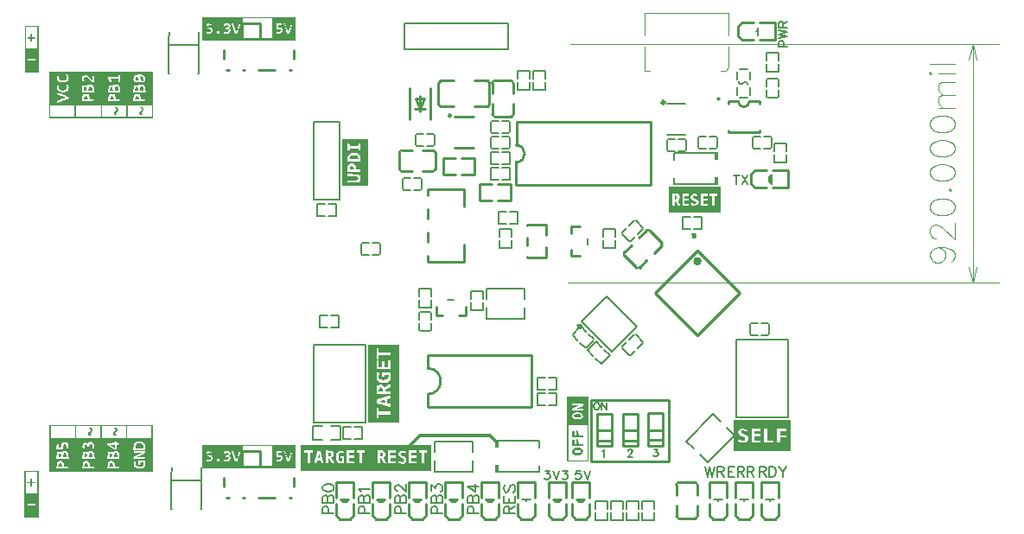
<source format=gto>
G04 Layer: TopSilkLayer*
G04 EasyEDA v6.4.25, 2021-12-03T12:43:26+01:00*
G04 4734013eef9542f2942493e3f9f6a545,9c416354eb984020824aaf9c885bead6,10*
G04 Gerber Generator version 0.2*
G04 Scale: 100 percent, Rotated: No, Reflected: No *
G04 Dimensions in inches *
G04 leading zeros omitted , absolute positions ,3 integer and 6 decimal *
%FSLAX36Y36*%
%MOIN*%

%ADD10C,0.0100*%
%ADD11C,0.0157*%
%ADD13C,0.0120*%
%ADD62C,0.0039*%
%ADD63C,0.0060*%
%ADD64C,0.0079*%
%ADD65C,0.0080*%
%ADD66C,0.0059*%
%ADD67C,0.0080*%
%ADD68C,0.0080*%
%ADD69C,0.0060*%
%ADD70C,0.0059*%
%ADD71C,0.0118*%
%ADD72C,0.0040*%
%ADD73C,0.0050*%

%LPD*%
G36*
X1798340Y-480000D02*
G01*
X1798340Y-507080D01*
X1858760Y-507080D01*
X1858760Y-514840D01*
X1830620Y-525500D01*
X1858760Y-525840D01*
X1858760Y-534160D01*
X1817080Y-534160D01*
X1817080Y-524760D01*
X1845200Y-514380D01*
X1817080Y-513140D01*
X1817080Y-507080D01*
X1798340Y-507080D01*
X1798340Y-556620D01*
X1817080Y-556620D01*
X1817080Y-553080D01*
X1817300Y-551420D01*
X1817860Y-549520D01*
X1818720Y-547600D01*
X1819740Y-545900D01*
X1822400Y-542280D01*
X1837920Y-538780D01*
X1853420Y-542280D01*
X1856100Y-545900D01*
X1857120Y-547600D01*
X1857960Y-549520D01*
X1858540Y-551420D01*
X1858760Y-553080D01*
X1858760Y-556620D01*
X1850780Y-566460D01*
X1825040Y-566460D01*
X1817080Y-556620D01*
X1798340Y-556620D01*
X1798340Y-588340D01*
X1877500Y-588340D01*
X1877500Y-725840D01*
X1802500Y-725840D01*
X1802500Y-588340D01*
X1798340Y-588340D01*
X1798340Y-730000D01*
X1881660Y-730000D01*
X1881660Y-480000D01*
G37*
G36*
X1831399Y-546660D02*
G01*
X1827360Y-548820D01*
X1824660Y-550600D01*
X1823540Y-552380D01*
X1823940Y-554320D01*
X1825840Y-556660D01*
X1828340Y-559160D01*
X1847820Y-559160D01*
X1853380Y-552460D01*
X1845460Y-546660D01*
G37*
G36*
X1833760Y-610940D02*
G01*
X1833760Y-627920D01*
X1825420Y-627920D01*
X1825420Y-611240D01*
X1817080Y-611240D01*
X1817080Y-636240D01*
X1858760Y-636240D01*
X1858760Y-627920D01*
X1842340Y-627920D01*
X1841040Y-612320D01*
G37*
G36*
X1833760Y-644280D02*
G01*
X1833760Y-661240D01*
X1825420Y-661240D01*
X1825420Y-644580D01*
X1817080Y-644580D01*
X1817080Y-669580D01*
X1858760Y-669580D01*
X1858760Y-661240D01*
X1842340Y-661240D01*
X1841040Y-645660D01*
G37*
G36*
X1825860Y-676880D02*
G01*
X1817080Y-684820D01*
X1817120Y-690220D01*
X1817240Y-692500D01*
X1817493Y-694140D01*
X1825420Y-694140D01*
X1825420Y-686720D01*
X1831660Y-685800D01*
X1834580Y-685520D01*
X1837920Y-685420D01*
X1841240Y-685520D01*
X1844160Y-685800D01*
X1850420Y-686720D01*
X1850420Y-694140D01*
X1847120Y-695400D01*
X1845280Y-695939D01*
X1843060Y-696320D01*
X1840560Y-696540D01*
X1837920Y-696620D01*
X1835280Y-696540D01*
X1832780Y-696320D01*
X1830540Y-695939D01*
X1828720Y-695400D01*
X1825420Y-694140D01*
X1817493Y-694140D01*
X1818080Y-696600D01*
X1818680Y-697920D01*
X1819640Y-699000D01*
X1821100Y-700240D01*
X1822880Y-701500D01*
X1824760Y-702600D01*
X1829300Y-705000D01*
X1846519Y-705000D01*
X1851080Y-702600D01*
X1853100Y-701440D01*
X1854780Y-700280D01*
X1856100Y-699040D01*
X1857120Y-697700D01*
X1857860Y-696200D01*
X1858340Y-694479D01*
X1858620Y-692500D01*
X1858720Y-690220D01*
X1858760Y-684820D01*
X1849980Y-676880D01*
G37*
G36*
X1030000Y-280000D02*
G01*
X1030000Y-292860D01*
X1071380Y-292860D01*
X1071380Y-310000D01*
X1116900Y-310000D01*
X1116900Y-318580D01*
X1071380Y-318580D01*
X1071380Y-335720D01*
X1063100Y-335720D01*
X1063100Y-292860D01*
X1030000Y-292860D01*
X1030000Y-340000D01*
X1071380Y-340000D01*
X1071380Y-365720D01*
X1083800Y-365720D01*
X1083800Y-344280D01*
X1092060Y-344280D01*
X1092060Y-365720D01*
X1108620Y-365720D01*
X1108620Y-340000D01*
X1116900Y-340000D01*
X1116900Y-374280D01*
X1063100Y-374280D01*
X1063100Y-340000D01*
X1030000Y-340000D01*
X1030000Y-387140D01*
X1074360Y-387140D01*
X1070440Y-408480D01*
X1090000Y-416019D01*
X1106560Y-409739D01*
X1109220Y-395720D01*
X1092060Y-395720D01*
X1092060Y-400000D01*
X1091740Y-401659D01*
X1090860Y-403020D01*
X1089540Y-403940D01*
X1087940Y-404280D01*
X1083800Y-404280D01*
X1083800Y-387140D01*
X1116900Y-387140D01*
X1116900Y-412239D01*
X1103900Y-425720D01*
X1078240Y-425720D01*
X1063100Y-411520D01*
X1063100Y-387140D01*
X1030000Y-387140D01*
X1030000Y-468579D01*
X1062600Y-468579D01*
X1065180Y-436420D01*
X1084740Y-433560D01*
X1093300Y-442420D01*
X1116900Y-429780D01*
X1116900Y-443060D01*
X1096200Y-451220D01*
X1096200Y-460000D01*
X1116900Y-460000D01*
X1116900Y-468579D01*
X1030000Y-468579D01*
X1030000Y-505420D01*
X1062740Y-505420D01*
X1065180Y-488980D01*
X1099720Y-477879D01*
X1115860Y-472920D01*
X1116260Y-473360D01*
X1116600Y-474620D01*
X1116820Y-476520D01*
X1116900Y-478820D01*
X1116900Y-484799D01*
X1104480Y-489739D01*
X1104480Y-507140D01*
X1116900Y-507140D01*
X1116900Y-520920D01*
X1110820Y-518600D01*
X1103980Y-516500D01*
X1093560Y-513579D01*
X1062740Y-505420D01*
X1030000Y-505420D01*
X1030000Y-524280D01*
X1071380Y-524280D01*
X1071380Y-537140D01*
X1116900Y-537140D01*
X1116900Y-550000D01*
X1071380Y-550000D01*
X1071380Y-562860D01*
X1063100Y-562860D01*
X1063100Y-524280D01*
X1030000Y-524280D01*
X1030000Y-580000D01*
X1150000Y-580000D01*
X1150000Y-280000D01*
G37*
G36*
X1076320Y-443440D02*
G01*
X1073860Y-446019D01*
X1072900Y-447460D01*
X1072100Y-449500D01*
X1071580Y-451860D01*
X1071380Y-454280D01*
X1071380Y-460000D01*
X1087940Y-460000D01*
X1087940Y-448060D01*
G37*
G36*
X1094140Y-491580D02*
G01*
X1073440Y-497060D01*
X1083080Y-500340D01*
X1086600Y-501380D01*
X1089620Y-501920D01*
X1092100Y-501960D01*
X1094040Y-501540D01*
X1095380Y-500660D01*
X1096120Y-499320D01*
X1096200Y-497540D01*
X1095600Y-495340D01*
G37*
G36*
X2440000Y-570000D02*
G01*
X2440000Y-615420D01*
X2456960Y-615420D01*
X2468420Y-602680D01*
X2472233Y-603100D01*
X2642040Y-603100D01*
X2642040Y-611380D01*
X2619600Y-611380D01*
X2619600Y-627940D01*
X2642040Y-627940D01*
X2642040Y-636200D01*
X2619600Y-636200D01*
X2619600Y-656900D01*
X2606120Y-656900D01*
X2606120Y-603100D01*
X2570200Y-603100D01*
X2570200Y-648620D01*
X2592660Y-648620D01*
X2592660Y-656900D01*
X2556740Y-656900D01*
X2556740Y-603100D01*
X2543260Y-603100D01*
X2543260Y-611380D01*
X2520820Y-611380D01*
X2520820Y-623800D01*
X2543260Y-623800D01*
X2543260Y-632060D01*
X2520820Y-632060D01*
X2520820Y-648620D01*
X2543260Y-648620D01*
X2543260Y-656900D01*
X2511840Y-656900D01*
X2511840Y-603100D01*
X2472233Y-603100D01*
X2490940Y-605180D01*
X2494240Y-614440D01*
X2471420Y-610420D01*
X2471420Y-619440D01*
X2498360Y-632280D01*
X2498360Y-647600D01*
X2485440Y-657500D01*
X2460900Y-654820D01*
X2457240Y-644560D01*
X2484900Y-649659D01*
X2484900Y-637540D01*
X2462200Y-628000D01*
X2456960Y-615420D01*
X2440000Y-615420D01*
X2440000Y-690000D01*
X2660000Y-690000D01*
X2660000Y-570000D01*
G37*
G36*
X390000Y-665000D02*
G01*
X390000Y-668100D01*
X660000Y-668100D01*
X660000Y-689820D01*
X710920Y-689820D01*
X717440Y-708680D01*
X719560Y-714100D01*
X721400Y-718000D01*
X722120Y-719220D01*
X722700Y-719900D01*
X723080Y-719960D01*
X723920Y-718400D01*
X725200Y-715100D01*
X726780Y-710560D01*
X732460Y-691860D01*
X739900Y-689460D01*
X726200Y-730180D01*
X718379Y-730180D01*
X709479Y-704120D01*
X705800Y-693700D01*
X704320Y-689820D01*
X698580Y-689820D01*
X698580Y-696040D01*
X682500Y-696040D01*
X682500Y-705340D01*
X688280Y-705340D01*
X690520Y-705480D01*
X692560Y-705860D01*
X694400Y-706460D01*
X696040Y-707280D01*
X697480Y-708259D01*
X698700Y-709419D01*
X699680Y-710720D01*
X700420Y-712140D01*
X700920Y-713660D01*
X701160Y-715260D01*
X701140Y-716919D01*
X700840Y-718620D01*
X700260Y-720320D01*
X699400Y-722020D01*
X698220Y-723680D01*
X696740Y-725300D01*
X691680Y-730180D01*
X676080Y-730180D01*
X676080Y-723960D01*
X688139Y-723960D01*
X695300Y-715639D01*
X693180Y-713600D01*
X691780Y-712800D01*
X689500Y-712159D01*
X686660Y-711720D01*
X683580Y-711560D01*
X676080Y-711560D01*
X676080Y-689820D01*
X660000Y-689820D01*
X660000Y-748800D01*
X547500Y-748800D01*
X547500Y-668100D01*
X390000Y-668100D01*
X390000Y-730180D01*
X406079Y-730180D01*
X406079Y-724380D01*
X423760Y-722420D01*
X423760Y-713100D01*
X409280Y-711120D01*
X409280Y-705340D01*
X422140Y-705340D01*
X422140Y-695320D01*
X406079Y-698280D01*
X406079Y-696120D01*
X406260Y-695100D01*
X406740Y-693940D01*
X407480Y-692780D01*
X408360Y-691760D01*
X410660Y-689539D01*
X426960Y-691380D01*
X427420Y-700680D01*
X427760Y-704700D01*
X428360Y-708740D01*
X429140Y-712340D01*
X430020Y-715040D01*
X432160Y-720060D01*
X431331Y-720860D01*
X457500Y-720860D01*
X457500Y-730180D01*
X447860Y-730180D01*
X447860Y-720860D01*
X431331Y-720860D01*
X421680Y-730180D01*
X390000Y-730180D01*
X390000Y-730560D01*
X473579Y-730560D01*
X473579Y-724380D01*
X490760Y-722420D01*
X493540Y-714240D01*
X486760Y-712540D01*
X483920Y-711640D01*
X481900Y-710639D01*
X480680Y-709560D01*
X480260Y-708439D01*
X480660Y-707340D01*
X481880Y-706260D01*
X483920Y-705260D01*
X486760Y-704360D01*
X493500Y-702660D01*
X488940Y-695540D01*
X473579Y-699260D01*
X473579Y-696620D01*
X473760Y-695040D01*
X474300Y-693680D01*
X475200Y-692520D01*
X476480Y-691560D01*
X478080Y-690800D01*
X480040Y-690260D01*
X482340Y-689940D01*
X484960Y-689820D01*
X511540Y-689820D01*
X519700Y-720560D01*
X521920Y-719240D01*
X522440Y-718680D01*
X523080Y-717620D01*
X523840Y-716100D01*
X525540Y-711940D01*
X527320Y-706720D01*
X532260Y-689820D01*
X535060Y-689820D01*
X535940Y-689940D01*
X536620Y-690320D01*
X537120Y-690960D01*
X537380Y-691900D01*
X537440Y-693160D01*
X537300Y-694760D01*
X536940Y-696760D01*
X536340Y-699140D01*
X534480Y-705180D01*
X531700Y-713100D01*
X526060Y-728620D01*
X516740Y-730380D01*
X503080Y-689820D01*
X492080Y-689820D01*
X500300Y-699400D01*
X493320Y-706140D01*
X500840Y-717780D01*
X493820Y-728620D01*
X473579Y-730560D01*
X390000Y-730560D01*
X390000Y-755000D01*
X750000Y-755000D01*
X750000Y-665000D01*
G37*
G36*
X390000Y985000D02*
G01*
X390000Y981900D01*
X660000Y981900D01*
X660000Y960180D01*
X710920Y960180D01*
X717440Y941320D01*
X719560Y935900D01*
X721400Y932000D01*
X722120Y930780D01*
X722700Y930100D01*
X723080Y930040D01*
X723920Y931600D01*
X725200Y934900D01*
X726780Y939440D01*
X732460Y958139D01*
X739900Y960540D01*
X726200Y919820D01*
X718379Y919820D01*
X709479Y945879D01*
X705800Y956300D01*
X704320Y960180D01*
X698580Y960180D01*
X698580Y953960D01*
X682500Y953960D01*
X682500Y944659D01*
X688280Y944659D01*
X690520Y944520D01*
X692560Y944140D01*
X694400Y943540D01*
X696040Y942720D01*
X697480Y941740D01*
X698700Y940580D01*
X699680Y939280D01*
X700420Y937860D01*
X700920Y936340D01*
X701160Y934740D01*
X701140Y933080D01*
X700840Y931380D01*
X700260Y929680D01*
X699400Y927980D01*
X698220Y926320D01*
X696740Y924700D01*
X691680Y919820D01*
X676080Y919820D01*
X676080Y926040D01*
X688139Y926040D01*
X695300Y934360D01*
X693180Y936400D01*
X691780Y937200D01*
X689500Y937840D01*
X686660Y938280D01*
X683580Y938439D01*
X676080Y938439D01*
X676080Y960180D01*
X660000Y960180D01*
X660000Y901200D01*
X547500Y901200D01*
X547500Y981900D01*
X390000Y981900D01*
X390000Y919820D01*
X406079Y919820D01*
X406079Y925620D01*
X423760Y927580D01*
X423760Y936900D01*
X409280Y938880D01*
X409280Y944659D01*
X422140Y944659D01*
X422140Y954680D01*
X406079Y951720D01*
X406079Y953880D01*
X406260Y954900D01*
X406740Y956060D01*
X407480Y957220D01*
X408360Y958240D01*
X410660Y960460D01*
X426960Y958620D01*
X427420Y949320D01*
X427760Y945300D01*
X428360Y941260D01*
X429140Y937660D01*
X430020Y934960D01*
X432160Y929940D01*
X431331Y929140D01*
X457500Y929140D01*
X457500Y919820D01*
X447860Y919820D01*
X447860Y929140D01*
X431331Y929140D01*
X421680Y919820D01*
X390000Y919820D01*
X390000Y919440D01*
X473579Y919440D01*
X473579Y925620D01*
X490760Y927580D01*
X493540Y935759D01*
X486760Y937460D01*
X483920Y938360D01*
X481900Y939360D01*
X480680Y940440D01*
X480260Y941560D01*
X480660Y942660D01*
X481880Y943740D01*
X483920Y944740D01*
X486760Y945639D01*
X493500Y947340D01*
X488940Y954460D01*
X473579Y950740D01*
X473579Y953379D01*
X473760Y954960D01*
X474300Y956320D01*
X475200Y957480D01*
X476480Y958439D01*
X478080Y959200D01*
X480040Y959740D01*
X482340Y960060D01*
X484960Y960180D01*
X511540Y960180D01*
X519700Y929440D01*
X521920Y930759D01*
X522440Y931320D01*
X523080Y932380D01*
X523840Y933900D01*
X525540Y938060D01*
X527320Y943280D01*
X532260Y960180D01*
X535060Y960180D01*
X535940Y960060D01*
X536620Y959680D01*
X537120Y959040D01*
X537380Y958100D01*
X537440Y956840D01*
X537300Y955240D01*
X536940Y953240D01*
X536340Y950860D01*
X534480Y944820D01*
X531700Y936900D01*
X526060Y921380D01*
X516740Y919620D01*
X503080Y960180D01*
X492080Y960180D01*
X500300Y950600D01*
X493320Y943860D01*
X500840Y932220D01*
X493820Y921380D01*
X473579Y919440D01*
X390000Y919440D01*
X390000Y895000D01*
X750000Y895000D01*
X750000Y985000D01*
G37*
G36*
X2190000Y330000D02*
G01*
X2190000Y302420D01*
X2266660Y302420D01*
X2266660Y295520D01*
X2250000Y295520D01*
X2250000Y285180D01*
X2266660Y285180D01*
X2266660Y278280D01*
X2250000Y278280D01*
X2250000Y267860D01*
X2272800Y267860D01*
X2292520Y263780D01*
X2296880Y271080D01*
X2277480Y281460D01*
X2273620Y291860D01*
X2284180Y302780D01*
X2287115Y302420D01*
X2376660Y302420D01*
X2376660Y295520D01*
X2366660Y295520D01*
X2366660Y257580D01*
X2356660Y257580D01*
X2356660Y295520D01*
X2346660Y295520D01*
X2346660Y302420D01*
X2340000Y302420D01*
X2340000Y295520D01*
X2323340Y295520D01*
X2323340Y285180D01*
X2340000Y285180D01*
X2340000Y278280D01*
X2323340Y278280D01*
X2323340Y264480D01*
X2340000Y264480D01*
X2340000Y257580D01*
X2313340Y257580D01*
X2313340Y302420D01*
X2287115Y302420D01*
X2301160Y300680D01*
X2303980Y291760D01*
X2287400Y296080D01*
X2282940Y288600D01*
X2290780Y285520D01*
X2294140Y283920D01*
X2297500Y281860D01*
X2300480Y279560D01*
X2302700Y277340D01*
X2306780Y272260D01*
X2302600Y260980D01*
X2294900Y258980D01*
X2291440Y258299D01*
X2287740Y257900D01*
X2284240Y257840D01*
X2281380Y258140D01*
X2275560Y259320D01*
X2272800Y267860D01*
X2250000Y267860D01*
X2250000Y264480D01*
X2266660Y264480D01*
X2266660Y257580D01*
X2243340Y257580D01*
X2243340Y302420D01*
X2225860Y302420D01*
X2234320Y291860D01*
X2226640Y274440D01*
X2231440Y265020D01*
X2232460Y262660D01*
X2233000Y260859D01*
X2233060Y259520D01*
X2232620Y258580D01*
X2231700Y257979D01*
X2230280Y257680D01*
X2228340Y257580D01*
X2223340Y257580D01*
X2223340Y262340D01*
X2222940Y264520D01*
X2221860Y266960D01*
X2220280Y269340D01*
X2218340Y271380D01*
X2213340Y275680D01*
X2213340Y257580D01*
X2203340Y257580D01*
X2203340Y302420D01*
X2190000Y302420D01*
X2190000Y230000D01*
X2390000Y230000D01*
X2390000Y330000D01*
G37*
G36*
X2213340Y296100D02*
G01*
X2213340Y281140D01*
X2221660Y284020D01*
X2221660Y293220D01*
G37*
G36*
X-200000Y-590000D02*
G01*
X-200000Y-593400D01*
X192860Y-593400D01*
X192860Y-640939D01*
X100000Y-640939D01*
X100000Y-593400D01*
X96420Y-593400D01*
X96420Y-640939D01*
X3580Y-640939D01*
X3580Y-593400D01*
X-3580Y-593400D01*
X-3580Y-640939D01*
X-96420Y-640939D01*
X-96420Y-593400D01*
X-100000Y-593400D01*
X-100000Y-640939D01*
X-192860Y-640939D01*
X-192860Y-593400D01*
X-200000Y-593400D01*
X-200000Y-681700D01*
X-171420Y-681700D01*
X-171420Y-669820D01*
X-171140Y-665200D01*
X-170380Y-661420D01*
X-169240Y-658860D01*
X-167860Y-657920D01*
X-166480Y-658600D01*
X-165340Y-660420D01*
X-164560Y-663120D01*
X-164100Y-669140D01*
X-163580Y-671320D01*
X-162780Y-672960D01*
X-161759Y-674080D01*
X-160580Y-674659D01*
X-159280Y-674720D01*
X-157940Y-674280D01*
X-156580Y-673340D01*
X-155300Y-671900D01*
X-154120Y-669980D01*
X-153100Y-667580D01*
X-152320Y-664720D01*
X-150180Y-654520D01*
X-141880Y-654520D01*
X-139220Y-654659D01*
X-136780Y-655040D01*
X-134580Y-655660D01*
X-132580Y-656540D01*
X-130820Y-657660D01*
X-129280Y-659020D01*
X-127980Y-660620D01*
X-126920Y-662460D01*
X-126080Y-664539D01*
X-125480Y-666860D01*
X-125120Y-669400D01*
X-125000Y-672180D01*
X-125033Y-672960D01*
X-71420Y-672960D01*
X-71420Y-670879D01*
X-71220Y-668720D01*
X-70800Y-666560D01*
X-70180Y-664460D01*
X-69380Y-662460D01*
X-68400Y-660660D01*
X-67240Y-659080D01*
X-65920Y-657800D01*
X-60420Y-653460D01*
X-52660Y-660840D01*
X-39260Y-652880D01*
X-33020Y-656600D01*
X-31740Y-657560D01*
X-30520Y-658880D01*
X-29360Y-660500D01*
X-28189Y-662560D01*
X25000Y-662560D01*
X25000Y-657920D01*
X38980Y-657920D01*
X41840Y-657840D01*
X44580Y-657580D01*
X47160Y-657200D01*
X49480Y-656680D01*
X51500Y-656040D01*
X53140Y-655320D01*
X54360Y-654539D01*
X55060Y-653680D01*
X57140Y-649440D01*
X59220Y-653680D01*
X60439Y-655320D01*
X62180Y-656680D01*
X64240Y-657580D01*
X68340Y-658199D01*
X69940Y-658920D01*
X71020Y-660000D01*
X71420Y-661320D01*
X71000Y-662640D01*
X69860Y-663720D01*
X68160Y-664440D01*
X66080Y-664720D01*
X60720Y-664720D01*
X60720Y-674900D01*
X60420Y-678860D01*
X59640Y-682099D01*
X58480Y-684300D01*
X57060Y-685100D01*
X125000Y-685100D01*
X125000Y-674320D01*
X125120Y-672039D01*
X125460Y-669659D01*
X126020Y-667240D01*
X126740Y-664900D01*
X127620Y-662660D01*
X128620Y-660600D01*
X129720Y-658820D01*
X130920Y-657340D01*
X132360Y-656000D01*
X133960Y-654820D01*
X135700Y-653820D01*
X137560Y-653000D01*
X139520Y-652340D01*
X141600Y-651840D01*
X143720Y-651520D01*
X145920Y-651360D01*
X148160Y-651400D01*
X150400Y-651580D01*
X152680Y-651960D01*
X154920Y-652500D01*
X157140Y-653220D01*
X159320Y-654100D01*
X161439Y-655180D01*
X163500Y-656420D01*
X171420Y-661700D01*
X171420Y-685100D01*
X57060Y-685100D01*
X55599Y-684900D01*
X53760Y-684320D01*
X51620Y-683420D01*
X49220Y-682240D01*
X46660Y-680819D01*
X41240Y-677460D01*
X35880Y-673680D01*
X31080Y-669880D01*
X29060Y-668080D01*
X27380Y-666400D01*
X26100Y-664880D01*
X25280Y-663600D01*
X25000Y-662560D01*
X-28189Y-662560D01*
X-27360Y-664400D01*
X-26600Y-666560D01*
X-26020Y-668780D01*
X-25660Y-671000D01*
X-25500Y-674000D01*
X-25620Y-676520D01*
X-25980Y-678520D01*
X-26560Y-680040D01*
X-27280Y-681040D01*
X-28120Y-681500D01*
X-29020Y-681420D01*
X-29940Y-680800D01*
X-30820Y-679620D01*
X-31620Y-677880D01*
X-32300Y-675540D01*
X-33280Y-669980D01*
X-34020Y-667680D01*
X-34960Y-665759D01*
X-36080Y-664200D01*
X-37280Y-663060D01*
X-38580Y-662340D01*
X-39880Y-662060D01*
X-41180Y-662220D01*
X-42420Y-662860D01*
X-43540Y-663980D01*
X-44520Y-665600D01*
X-46320Y-670759D01*
X-47480Y-672900D01*
X-48720Y-674200D01*
X-50000Y-674620D01*
X-51280Y-674200D01*
X-52520Y-672920D01*
X-53680Y-670780D01*
X-54700Y-667780D01*
X-55800Y-665020D01*
X-57260Y-663259D01*
X-58940Y-662580D01*
X-60759Y-663040D01*
X-62220Y-664620D01*
X-63060Y-667099D01*
X-63259Y-670180D01*
X-62720Y-673580D01*
X-62200Y-676240D01*
X-62120Y-678439D01*
X-62480Y-680120D01*
X-63200Y-681220D01*
X-64260Y-681760D01*
X-65620Y-681660D01*
X-67220Y-680900D01*
X-69040Y-679440D01*
X-70000Y-678220D01*
X-70720Y-676700D01*
X-71180Y-674920D01*
X-71420Y-672960D01*
X-125033Y-672960D01*
X-125120Y-675000D01*
X-125480Y-677320D01*
X-126020Y-679120D01*
X-126700Y-680400D01*
X-127480Y-681180D01*
X-128340Y-681460D01*
X-129240Y-681220D01*
X-130120Y-680480D01*
X-130960Y-679220D01*
X-131700Y-677440D01*
X-132340Y-675160D01*
X-132800Y-672360D01*
X-133640Y-668560D01*
X-135100Y-665600D01*
X-137020Y-663700D01*
X-139280Y-663020D01*
X-141560Y-663700D01*
X-143480Y-665600D01*
X-144920Y-668560D01*
X-145780Y-672360D01*
X-146900Y-681700D01*
X-200000Y-681700D01*
X-200000Y-719060D01*
X-171860Y-719060D01*
X-169640Y-693580D01*
X-158780Y-693060D01*
X-154580Y-692520D01*
X-150340Y-691680D01*
X-146580Y-690660D01*
X-143160Y-689460D01*
X-141340Y-689080D01*
X-139580Y-688940D01*
X-137900Y-689020D01*
X-136300Y-689360D01*
X-134780Y-689900D01*
X-133340Y-690680D01*
X-132000Y-691660D01*
X-130780Y-692860D01*
X-129660Y-694260D01*
X-128660Y-695860D01*
X-127800Y-697660D01*
X-127060Y-699640D01*
X-126440Y-701820D01*
X-125980Y-704160D01*
X-125680Y-706660D01*
X-124560Y-719060D01*
X-71860Y-719060D01*
X-69640Y-693580D01*
X-58780Y-693060D01*
X-54580Y-692520D01*
X-50340Y-691680D01*
X-46580Y-690660D01*
X-43160Y-689460D01*
X-41340Y-689080D01*
X-39580Y-688940D01*
X-37900Y-689020D01*
X-36300Y-689360D01*
X-34780Y-689900D01*
X-33340Y-690680D01*
X-32000Y-691660D01*
X-30780Y-692860D01*
X-29660Y-694260D01*
X-28660Y-695860D01*
X-27799Y-697660D01*
X-27060Y-699640D01*
X-26440Y-701820D01*
X-25980Y-704160D01*
X-25680Y-706660D01*
X-24560Y-719060D01*
X24560Y-719060D01*
X26780Y-693580D01*
X37640Y-693060D01*
X41860Y-692520D01*
X46080Y-691680D01*
X49840Y-690660D01*
X53259Y-689460D01*
X55080Y-689080D01*
X56840Y-688940D01*
X58520Y-689020D01*
X60140Y-689360D01*
X61660Y-689900D01*
X63080Y-690680D01*
X64420Y-691660D01*
X65640Y-692860D01*
X66760Y-694260D01*
X67760Y-695860D01*
X68640Y-697660D01*
X69380Y-699640D01*
X69980Y-701820D01*
X70440Y-704160D01*
X70760Y-706660D01*
X71860Y-719060D01*
X125000Y-719060D01*
X125000Y-714599D01*
X125340Y-713540D01*
X126340Y-712300D01*
X127899Y-710879D01*
X129980Y-709360D01*
X132500Y-707760D01*
X135380Y-706140D01*
X138560Y-704560D01*
X141960Y-703040D01*
X158920Y-695960D01*
X138860Y-695520D01*
X136100Y-695380D01*
X131520Y-694920D01*
X128200Y-694280D01*
X127000Y-693920D01*
X126100Y-693540D01*
X125480Y-693139D01*
X125160Y-692720D01*
X125120Y-692300D01*
X125360Y-691860D01*
X125860Y-691440D01*
X127700Y-690600D01*
X130559Y-689860D01*
X134420Y-689240D01*
X139260Y-688780D01*
X145000Y-688520D01*
X171420Y-688500D01*
X171420Y-693160D01*
X171080Y-694240D01*
X170100Y-695520D01*
X168520Y-696979D01*
X166439Y-698540D01*
X163939Y-700160D01*
X161060Y-701800D01*
X157880Y-703400D01*
X154460Y-704920D01*
X137500Y-712039D01*
X157880Y-712240D01*
X161060Y-712460D01*
X163939Y-712800D01*
X166439Y-713220D01*
X168520Y-713740D01*
X170100Y-714340D01*
X171080Y-714980D01*
X171420Y-715660D01*
X171220Y-716140D01*
X170620Y-716580D01*
X169640Y-717000D01*
X168320Y-717400D01*
X164740Y-718080D01*
X160060Y-718600D01*
X154480Y-718940D01*
X148220Y-719060D01*
X-200000Y-719060D01*
X-200000Y-756420D01*
X-171860Y-756420D01*
X-170760Y-744020D01*
X-170400Y-741340D01*
X-169840Y-738760D01*
X-169100Y-736320D01*
X-168200Y-734080D01*
X-167160Y-732060D01*
X-165980Y-730320D01*
X-164720Y-728920D01*
X-163400Y-727900D01*
X-157140Y-724180D01*
X-150900Y-727900D01*
X-149620Y-728840D01*
X-148380Y-730060D01*
X-147220Y-731520D01*
X-146140Y-733180D01*
X-145220Y-734960D01*
X-144440Y-736840D01*
X-143860Y-738740D01*
X-143520Y-740620D01*
X-142380Y-749620D01*
X-133700Y-749620D01*
X-130320Y-749880D01*
X-127560Y-750620D01*
X-125680Y-751700D01*
X-125000Y-753020D01*
X-125200Y-753480D01*
X-125820Y-753940D01*
X-126800Y-754360D01*
X-128140Y-754760D01*
X-131760Y-755440D01*
X-136480Y-755960D01*
X-142100Y-756300D01*
X-148420Y-756420D01*
X-71860Y-756420D01*
X-70760Y-744020D01*
X-70400Y-741340D01*
X-69840Y-738760D01*
X-69100Y-736320D01*
X-68200Y-734080D01*
X-67160Y-732060D01*
X-65980Y-730320D01*
X-64720Y-728920D01*
X-63400Y-727900D01*
X-57140Y-724180D01*
X-50900Y-727900D01*
X-49620Y-728840D01*
X-48380Y-730060D01*
X-47220Y-731520D01*
X-46140Y-733180D01*
X-45220Y-734960D01*
X-44440Y-736840D01*
X-43860Y-738740D01*
X-43520Y-740620D01*
X-42380Y-749620D01*
X-33700Y-749620D01*
X-30320Y-749880D01*
X-27559Y-750620D01*
X-25680Y-751700D01*
X-25000Y-753020D01*
X-25200Y-753480D01*
X-25820Y-753940D01*
X-26800Y-754360D01*
X-28140Y-754760D01*
X-31760Y-755440D01*
X-36480Y-755960D01*
X-42100Y-756300D01*
X-48420Y-756420D01*
X24560Y-756420D01*
X25680Y-744020D01*
X26020Y-741340D01*
X26580Y-738760D01*
X27320Y-736320D01*
X28240Y-734080D01*
X29280Y-732060D01*
X30440Y-730320D01*
X31700Y-728920D01*
X33040Y-727900D01*
X39280Y-724180D01*
X45540Y-727900D01*
X46820Y-728840D01*
X48060Y-730060D01*
X49220Y-731520D01*
X50279Y-733180D01*
X51220Y-734960D01*
X52126Y-737320D01*
X125820Y-737320D01*
X126020Y-734860D01*
X126480Y-732580D01*
X127200Y-730540D01*
X128200Y-728840D01*
X129460Y-727560D01*
X130960Y-726760D01*
X135160Y-725460D01*
X133220Y-732460D01*
X132820Y-735580D01*
X133160Y-738900D01*
X134160Y-742020D01*
X135720Y-744539D01*
X137440Y-746100D01*
X139540Y-747340D01*
X141960Y-748319D01*
X144580Y-749000D01*
X147320Y-749400D01*
X150100Y-749500D01*
X152800Y-749340D01*
X155360Y-748880D01*
X157660Y-748139D01*
X159620Y-747120D01*
X161140Y-745819D01*
X162120Y-744260D01*
X163260Y-741180D01*
X163920Y-738640D01*
X164100Y-736640D01*
X163780Y-735080D01*
X162960Y-733940D01*
X161580Y-733199D01*
X159640Y-732780D01*
X157140Y-732640D01*
X154360Y-733040D01*
X152080Y-734120D01*
X150560Y-735740D01*
X150000Y-737740D01*
X149720Y-739720D01*
X148960Y-741340D01*
X147820Y-742420D01*
X146420Y-742820D01*
X145040Y-742140D01*
X143900Y-740280D01*
X143140Y-737520D01*
X142860Y-734140D01*
X142860Y-725440D01*
X169640Y-727540D01*
X170760Y-735020D01*
X170900Y-736660D01*
X170880Y-738460D01*
X170720Y-740380D01*
X170400Y-742340D01*
X169960Y-744280D01*
X169400Y-746160D01*
X168720Y-747900D01*
X167960Y-749440D01*
X164040Y-756420D01*
X150120Y-756420D01*
X147100Y-756300D01*
X144120Y-756000D01*
X141240Y-755520D01*
X138500Y-754860D01*
X136000Y-754040D01*
X133780Y-753100D01*
X131900Y-752060D01*
X130420Y-750900D01*
X128960Y-749180D01*
X127780Y-747140D01*
X126880Y-744840D01*
X126240Y-742380D01*
X125900Y-739860D01*
X125820Y-737320D01*
X52126Y-737320D01*
X52560Y-738740D01*
X52920Y-740620D01*
X54040Y-749620D01*
X62740Y-749620D01*
X66120Y-749880D01*
X68880Y-750620D01*
X70740Y-751700D01*
X71420Y-753020D01*
X71220Y-753480D01*
X70620Y-753940D01*
X69620Y-754360D01*
X68300Y-754760D01*
X64680Y-755440D01*
X59960Y-755960D01*
X54340Y-756300D01*
X48000Y-756420D01*
X-200000Y-756420D01*
X-200000Y-770000D01*
X200000Y-770000D01*
X200000Y-590000D01*
G37*
G36*
X49120Y-600180D02*
G01*
X57240Y-609480D01*
X51820Y-613740D01*
X49900Y-615500D01*
X48400Y-617400D01*
X47320Y-619380D01*
X46680Y-621380D01*
X46500Y-623340D01*
X46800Y-625220D01*
X47560Y-626960D01*
X48800Y-628500D01*
X50180Y-629360D01*
X52160Y-630080D01*
X54460Y-630540D01*
X56840Y-630700D01*
X62500Y-630660D01*
X52060Y-624380D01*
X58620Y-617500D01*
X60260Y-615540D01*
X61520Y-613540D01*
X62420Y-611540D01*
X62939Y-609580D01*
X63120Y-607700D01*
X62939Y-605940D01*
X62420Y-604360D01*
X61580Y-602960D01*
X60400Y-601800D01*
X58920Y-600940D01*
X57120Y-600380D01*
X55039Y-600180D01*
G37*
G36*
X-47300Y-600180D02*
G01*
X-39200Y-609480D01*
X-44600Y-613740D01*
X-46520Y-615500D01*
X-48040Y-617400D01*
X-49100Y-619380D01*
X-49740Y-621380D01*
X-49920Y-623340D01*
X-49640Y-625220D01*
X-48860Y-626960D01*
X-47619Y-628500D01*
X-46240Y-629360D01*
X-44280Y-630080D01*
X-41960Y-630540D01*
X-39580Y-630700D01*
X-33920Y-630660D01*
X-44360Y-624380D01*
X-37820Y-617500D01*
X-36180Y-615540D01*
X-34900Y-613540D01*
X-34020Y-611540D01*
X-33480Y-609580D01*
X-33320Y-607700D01*
X-33500Y-605940D01*
X-34000Y-604360D01*
X-34860Y-602960D01*
X-36020Y-601800D01*
X-37520Y-600940D01*
X-39300Y-600380D01*
X-41400Y-600180D01*
G37*
G36*
X148220Y-657920D02*
G01*
X145960Y-658040D01*
X143820Y-658420D01*
X141820Y-659000D01*
X139960Y-659800D01*
X138260Y-660800D01*
X136720Y-662000D01*
X135400Y-663360D01*
X134260Y-664860D01*
X133360Y-666520D01*
X132700Y-668300D01*
X132280Y-670200D01*
X132140Y-672180D01*
X132140Y-678300D01*
X164280Y-678300D01*
X164280Y-672180D01*
X164140Y-670200D01*
X163740Y-668300D01*
X163060Y-666520D01*
X162160Y-664860D01*
X161040Y-663360D01*
X159700Y-662000D01*
X158180Y-660800D01*
X156460Y-659800D01*
X154600Y-659000D01*
X152600Y-658420D01*
X150460Y-658040D01*
G37*
G36*
X44640Y-664720D02*
G01*
X41180Y-664820D01*
X38340Y-665100D01*
X36420Y-665520D01*
X35720Y-666020D01*
X36420Y-666979D01*
X38340Y-668580D01*
X41180Y-670639D01*
X44640Y-672900D01*
X53580Y-678460D01*
X53580Y-664720D01*
G37*
G36*
X57140Y-696979D02*
G01*
X54980Y-697580D01*
X53019Y-699220D01*
X51500Y-701660D01*
X50640Y-704620D01*
X49500Y-712260D01*
X64780Y-712260D01*
X63640Y-704620D01*
X62779Y-701660D01*
X61260Y-699220D01*
X59320Y-697580D01*
G37*
G36*
X-39280Y-696979D02*
G01*
X-41460Y-697580D01*
X-43400Y-699220D01*
X-44920Y-701660D01*
X-45780Y-704620D01*
X-46920Y-712260D01*
X-31640Y-712260D01*
X-32780Y-704620D01*
X-33660Y-701660D01*
X-35160Y-699220D01*
X-37120Y-697580D01*
G37*
G36*
X-139280Y-696979D02*
G01*
X-141460Y-697580D01*
X-143400Y-699220D01*
X-144920Y-701660D01*
X-145780Y-704620D01*
X-146920Y-712260D01*
X-131640Y-712260D01*
X-132780Y-704620D01*
X-133660Y-701660D01*
X-135160Y-699220D01*
X-137120Y-697580D01*
G37*
G36*
X37500Y-698680D02*
G01*
X35400Y-699220D01*
X33700Y-700660D01*
X32559Y-702820D01*
X32140Y-705480D01*
X32559Y-708120D01*
X33700Y-710280D01*
X35400Y-711740D01*
X37500Y-712260D01*
X39600Y-711740D01*
X41300Y-710280D01*
X42440Y-708120D01*
X42859Y-705480D01*
X42440Y-702820D01*
X41300Y-700660D01*
X39600Y-699220D01*
G37*
G36*
X-58920Y-698680D02*
G01*
X-61020Y-699220D01*
X-62720Y-700660D01*
X-63860Y-702820D01*
X-64280Y-705480D01*
X-63860Y-708120D01*
X-62720Y-710280D01*
X-61020Y-711740D01*
X-58920Y-712260D01*
X-56840Y-711740D01*
X-55140Y-710280D01*
X-54000Y-708120D01*
X-53580Y-705480D01*
X-54000Y-702820D01*
X-55140Y-700660D01*
X-56840Y-699220D01*
G37*
G36*
X-158920Y-698680D02*
G01*
X-161020Y-699220D01*
X-162719Y-700660D01*
X-163860Y-702820D01*
X-164280Y-705480D01*
X-163860Y-708120D01*
X-162719Y-710280D01*
X-161020Y-711740D01*
X-158920Y-712260D01*
X-156840Y-711740D01*
X-155140Y-710280D01*
X-154000Y-708120D01*
X-153580Y-705480D01*
X-154000Y-702820D01*
X-155140Y-700660D01*
X-156840Y-699220D01*
G37*
G36*
X39280Y-734340D02*
G01*
X37120Y-734940D01*
X35160Y-736580D01*
X33660Y-739020D01*
X32780Y-741979D01*
X31640Y-749620D01*
X46920Y-749620D01*
X45780Y-741979D01*
X44920Y-739020D01*
X43400Y-736580D01*
X41460Y-734940D01*
G37*
G36*
X-57140Y-734340D02*
G01*
X-59320Y-734940D01*
X-61260Y-736580D01*
X-62779Y-739020D01*
X-63640Y-741979D01*
X-64780Y-749620D01*
X-49500Y-749620D01*
X-50640Y-741979D01*
X-51520Y-739020D01*
X-53019Y-736580D01*
X-54980Y-734940D01*
G37*
G36*
X-157140Y-734340D02*
G01*
X-159320Y-734940D01*
X-161260Y-736580D01*
X-162780Y-739020D01*
X-163640Y-741979D01*
X-164780Y-749620D01*
X-149500Y-749620D01*
X-150640Y-741979D01*
X-151520Y-739020D01*
X-153020Y-736580D01*
X-154980Y-734940D01*
G37*
G36*
X-199480Y773100D02*
G01*
X-199480Y751600D01*
X-169800Y751600D01*
X-169540Y754040D01*
X-168980Y756320D01*
X-168140Y758360D01*
X-167020Y760080D01*
X-165620Y761380D01*
X-163960Y762220D01*
X-159080Y763720D01*
X-161560Y756360D01*
X-162140Y754100D01*
X-162320Y751900D01*
X-162140Y749800D01*
X-161620Y747800D01*
X-160760Y745980D01*
X-159600Y744300D01*
X-158140Y742820D01*
X-156420Y741560D01*
X-154440Y740540D01*
X-152240Y739780D01*
X-149820Y739300D01*
X-147220Y739140D01*
X-144620Y739300D01*
X-142220Y739780D01*
X-140000Y740540D01*
X-138040Y741560D01*
X-136320Y742820D01*
X-134860Y744300D01*
X-133700Y745980D01*
X-132840Y747800D01*
X-132300Y749800D01*
X-132120Y751900D01*
X-132320Y754100D01*
X-132900Y756360D01*
X-135360Y763720D01*
X-130480Y762220D01*
X-128820Y761380D01*
X-127420Y760080D01*
X-126320Y758360D01*
X-125480Y756320D01*
X-124920Y754040D01*
X-124640Y751600D01*
X-124660Y749060D01*
X-125060Y746200D01*
X-72840Y746200D01*
X-72620Y749200D01*
X-71560Y757820D01*
X-54560Y760100D01*
X-33720Y741280D01*
X-33720Y752099D01*
X-33420Y756300D01*
X-32660Y759740D01*
X-31500Y762060D01*
X-30099Y762920D01*
X-29380Y762600D01*
X-28700Y761720D01*
X-28100Y760300D01*
X-27559Y758439D01*
X-27120Y756160D01*
X-26721Y752740D01*
X67180Y752740D01*
X67180Y757820D01*
X67480Y759800D01*
X68240Y761420D01*
X69400Y762520D01*
X70800Y762920D01*
X71520Y762600D01*
X72200Y761720D01*
X72800Y760300D01*
X73340Y758439D01*
X73780Y756160D01*
X74120Y753580D01*
X74320Y750699D01*
X74371Y746540D01*
X124980Y746540D01*
X125079Y748780D01*
X125500Y750980D01*
X126199Y753080D01*
X127180Y755040D01*
X128460Y756780D01*
X130000Y758240D01*
X131820Y759400D01*
X133900Y760360D01*
X136040Y761160D01*
X138240Y761820D01*
X140460Y762340D01*
X142720Y762720D01*
X144960Y762960D01*
X147220Y763060D01*
X149440Y763040D01*
X151640Y762880D01*
X153800Y762620D01*
X155880Y762240D01*
X157900Y761740D01*
X159840Y761120D01*
X161680Y760400D01*
X163400Y759580D01*
X165000Y758660D01*
X166460Y757660D01*
X167760Y756540D01*
X168920Y755360D01*
X169880Y754080D01*
X170660Y752720D01*
X171220Y751280D01*
X171580Y749780D01*
X171700Y748199D01*
X171620Y746160D01*
X171360Y744280D01*
X170960Y742560D01*
X170380Y740960D01*
X169620Y739539D01*
X168680Y738240D01*
X167540Y737080D01*
X166220Y736060D01*
X164720Y735160D01*
X163000Y734400D01*
X161080Y733760D01*
X158960Y733240D01*
X156620Y732860D01*
X154060Y732580D01*
X151280Y732400D01*
X148260Y732360D01*
X145220Y732440D01*
X142200Y732680D01*
X139280Y733060D01*
X136560Y733560D01*
X134120Y734160D01*
X132020Y734840D01*
X130340Y735620D01*
X129160Y736420D01*
X127680Y738120D01*
X126519Y740020D01*
X125700Y742099D01*
X125180Y744280D01*
X124980Y746540D01*
X74371Y746540D01*
X74320Y744560D01*
X74120Y741700D01*
X73780Y739100D01*
X73340Y736840D01*
X72800Y734980D01*
X72200Y733560D01*
X71520Y732660D01*
X70800Y732360D01*
X69400Y732880D01*
X68240Y734340D01*
X67480Y736500D01*
X67180Y739140D01*
X67180Y745939D01*
X37580Y745939D01*
X39620Y740960D01*
X40160Y738860D01*
X40100Y736880D01*
X39520Y735220D01*
X38420Y734080D01*
X36960Y733840D01*
X35300Y734500D01*
X33540Y735920D01*
X31800Y737940D01*
X30219Y740360D01*
X28920Y743040D01*
X28020Y745800D01*
X27660Y748480D01*
X27540Y752740D01*
X-26721Y752740D01*
X-26580Y750699D01*
X-26500Y747640D01*
X-26700Y741700D01*
X-27240Y736840D01*
X-27620Y734980D01*
X-28060Y733560D01*
X-28520Y732660D01*
X-29040Y732360D01*
X-29780Y732580D01*
X-30940Y733199D01*
X-34240Y735480D01*
X-38500Y738860D01*
X-43220Y743000D01*
X-54860Y753620D01*
X-66960Y749260D01*
X-65080Y742500D01*
X-64580Y739880D01*
X-64540Y737740D01*
X-65000Y736280D01*
X-65880Y735740D01*
X-67740Y735980D01*
X-69300Y736660D01*
X-70600Y737780D01*
X-71620Y739300D01*
X-72340Y741240D01*
X-72740Y743540D01*
X-72840Y746200D01*
X-125060Y746200D01*
X-125600Y744060D01*
X-126519Y741740D01*
X-127739Y739659D01*
X-129280Y737880D01*
X-130700Y736760D01*
X-132500Y735740D01*
X-134620Y734800D01*
X-136960Y733980D01*
X-139480Y733300D01*
X-142060Y732780D01*
X-144680Y732460D01*
X-147220Y732360D01*
X-149780Y732460D01*
X-152380Y732780D01*
X-154980Y733300D01*
X-157500Y733980D01*
X-159840Y734800D01*
X-161960Y735740D01*
X-163760Y736760D01*
X-165180Y737880D01*
X-166720Y739659D01*
X-167940Y741740D01*
X-168860Y744060D01*
X-169480Y746520D01*
X-169780Y749060D01*
X-169800Y751600D01*
X-199480Y751600D01*
X-199480Y714200D01*
X-169840Y714200D01*
X-169720Y716600D01*
X-169320Y718860D01*
X-168600Y720860D01*
X-167580Y722540D01*
X-166260Y723820D01*
X-164620Y724640D01*
X-160400Y725939D01*
X-162340Y718940D01*
X-162780Y716720D01*
X-162820Y714560D01*
X-162500Y712480D01*
X-161840Y710500D01*
X-160880Y708660D01*
X-159620Y707000D01*
X-158100Y705520D01*
X-156320Y704240D01*
X-154340Y703199D01*
X-152140Y702440D01*
X-149760Y701960D01*
X-147220Y701780D01*
X-144700Y701960D01*
X-142320Y702440D01*
X-140120Y703199D01*
X-138120Y704240D01*
X-136360Y705520D01*
X-134820Y707000D01*
X-133560Y708660D01*
X-132600Y710500D01*
X-131960Y712480D01*
X-131640Y714560D01*
X-131680Y716720D01*
X-132100Y718940D01*
X-134040Y725939D01*
X-129820Y724640D01*
X-128300Y723860D01*
X-127020Y722560D01*
X-126020Y720860D01*
X-125280Y718820D01*
X-124820Y716540D01*
X-124640Y714100D01*
X-124700Y711560D01*
X-125060Y709020D01*
X-125700Y706560D01*
X-126600Y704280D01*
X-127800Y702240D01*
X-129280Y700520D01*
X-130820Y699260D01*
X-132620Y698160D01*
X-134600Y697240D01*
X-136740Y696480D01*
X-139040Y695920D01*
X-141420Y695500D01*
X-143900Y695260D01*
X-146400Y695200D01*
X-148920Y695300D01*
X-151420Y695580D01*
X-153860Y696020D01*
X-156220Y696620D01*
X-158480Y697400D01*
X-160580Y698360D01*
X-162500Y699479D01*
X-164220Y700759D01*
X-165900Y702500D01*
X-167280Y704539D01*
X-168359Y706800D01*
X-169160Y709220D01*
X-169640Y711720D01*
X-169840Y714200D01*
X-199480Y714200D01*
X-199480Y695000D01*
X-73780Y695000D01*
X-71560Y720460D01*
X-60599Y720980D01*
X-56340Y721540D01*
X-52080Y722380D01*
X-50080Y722860D01*
X-44840Y724580D01*
X-43000Y724980D01*
X-41220Y725120D01*
X-39520Y725020D01*
X-37900Y724700D01*
X-36360Y724140D01*
X-34920Y723379D01*
X-33580Y722380D01*
X-32340Y721200D01*
X-31220Y719780D01*
X-30200Y718180D01*
X-29320Y716400D01*
X-28580Y714400D01*
X-27960Y712240D01*
X-27500Y709900D01*
X-27180Y707380D01*
X-26060Y695000D01*
X27120Y695000D01*
X29340Y720460D01*
X40300Y720980D01*
X44560Y721540D01*
X48820Y722380D01*
X50820Y722860D01*
X56060Y724580D01*
X57900Y724980D01*
X59680Y725120D01*
X61380Y725020D01*
X63000Y724700D01*
X64540Y724140D01*
X65980Y723379D01*
X67320Y722380D01*
X68560Y721200D01*
X69680Y719780D01*
X70700Y718180D01*
X71580Y716400D01*
X72320Y714400D01*
X72940Y712240D01*
X73400Y709900D01*
X73720Y707380D01*
X74840Y695000D01*
X124420Y695000D01*
X126640Y720460D01*
X137600Y720980D01*
X141840Y721540D01*
X146120Y722380D01*
X148120Y722860D01*
X153360Y724580D01*
X155200Y724980D01*
X156980Y725120D01*
X158680Y725020D01*
X160300Y724700D01*
X161840Y724140D01*
X163280Y723379D01*
X164620Y722380D01*
X165859Y721200D01*
X166980Y719780D01*
X168000Y718180D01*
X168880Y716400D01*
X169620Y714400D01*
X170240Y712240D01*
X170700Y709900D01*
X171000Y707380D01*
X172120Y695000D01*
X-199480Y695000D01*
X-199480Y690100D01*
X-171240Y690100D01*
X-171000Y690600D01*
X-170380Y690980D01*
X-169380Y691260D01*
X-167979Y691380D01*
X-166140Y691340D01*
X-164300Y691160D01*
X-159960Y690340D01*
X-154960Y689000D01*
X-149600Y687260D01*
X-144120Y685260D01*
X-138820Y683060D01*
X-133980Y680840D01*
X-129860Y678640D01*
X-128160Y677620D01*
X-126760Y676640D01*
X-125660Y675740D01*
X-124940Y674920D01*
X-124580Y674200D01*
X-123580Y669280D01*
X-150454Y661040D01*
X-73360Y661040D01*
X-73360Y669240D01*
X-73180Y672860D01*
X-72700Y676620D01*
X-72020Y680100D01*
X-71160Y682820D01*
X-70500Y683980D01*
X-69520Y685020D01*
X-68220Y685939D01*
X-66680Y686720D01*
X-64900Y687340D01*
X-62900Y687820D01*
X-60759Y688100D01*
X-58460Y688199D01*
X-47939Y688199D01*
X-43620Y667820D01*
X-35060Y667820D01*
X-31740Y667560D01*
X-29020Y666820D01*
X-27180Y665740D01*
X-26500Y664419D01*
X-26720Y663960D01*
X-27320Y663520D01*
X-28300Y663080D01*
X-31300Y662340D01*
X-35500Y661720D01*
X-40700Y661300D01*
X-46700Y661060D01*
X27540Y661040D01*
X27540Y669240D01*
X27719Y672860D01*
X28200Y676620D01*
X28880Y680100D01*
X29740Y682820D01*
X30400Y683980D01*
X31380Y685020D01*
X32679Y685939D01*
X34220Y686720D01*
X36020Y687340D01*
X38000Y687820D01*
X40140Y688100D01*
X42440Y688199D01*
X52960Y688199D01*
X57280Y667820D01*
X65840Y667820D01*
X69160Y667560D01*
X71880Y666820D01*
X73720Y665740D01*
X74400Y664419D01*
X74180Y663960D01*
X73580Y663520D01*
X72600Y663080D01*
X69600Y662340D01*
X65400Y661720D01*
X60199Y661300D01*
X54200Y661060D01*
X124840Y661040D01*
X124840Y669240D01*
X125020Y672860D01*
X125480Y676620D01*
X126180Y680100D01*
X127040Y682820D01*
X127700Y683980D01*
X128680Y685020D01*
X129980Y685939D01*
X131520Y686720D01*
X133300Y687340D01*
X135300Y687820D01*
X137440Y688100D01*
X139740Y688199D01*
X150260Y688199D01*
X154580Y667820D01*
X163140Y667820D01*
X166460Y667560D01*
X169180Y666820D01*
X171020Y665740D01*
X171700Y664419D01*
X171480Y663960D01*
X170880Y663520D01*
X169899Y663080D01*
X166900Y662340D01*
X162700Y661720D01*
X157500Y661300D01*
X151500Y661060D01*
X-150454Y661040D01*
X-170660Y654860D01*
X-170660Y659320D01*
X-170300Y660320D01*
X-169280Y661420D01*
X-167659Y662580D01*
X-165500Y663760D01*
X-162860Y664920D01*
X-159840Y666060D01*
X-156460Y667140D01*
X-149260Y669020D01*
X-146000Y669960D01*
X-143120Y670920D01*
X-140660Y671840D01*
X-138700Y672720D01*
X-137320Y673500D01*
X-136560Y674200D01*
X-136500Y674740D01*
X-137140Y675300D01*
X-138380Y676000D01*
X-142380Y677660D01*
X-147880Y679539D01*
X-157040Y682140D01*
X-159560Y682960D01*
X-163980Y684680D01*
X-167480Y686420D01*
X-168840Y687260D01*
X-169899Y688060D01*
X-170680Y688820D01*
X-171119Y689500D01*
X-171240Y690100D01*
X-199480Y690100D01*
X-199480Y644060D01*
X196920Y644060D01*
X196920Y599900D01*
X103219Y599900D01*
X103219Y644060D01*
X96020Y644060D01*
X96020Y599900D01*
X2320Y599900D01*
X2320Y644060D01*
X-1280Y644060D01*
X-1280Y599900D01*
X-94980Y599900D01*
X-94980Y644060D01*
X-102180Y644060D01*
X-102180Y599900D01*
X-195880Y599900D01*
X-195880Y644060D01*
X-199480Y644060D01*
X-199480Y593100D01*
X200520Y593100D01*
X200520Y773100D01*
G37*
G36*
X155600Y756120D02*
G01*
X153340Y755960D01*
X151720Y755440D01*
X150720Y754560D01*
X150320Y753319D01*
X150560Y751680D01*
X151400Y749659D01*
X152860Y747220D01*
X154920Y744380D01*
X159780Y738120D01*
X162460Y742200D01*
X163500Y744440D01*
X163900Y746780D01*
X163660Y749120D01*
X162900Y751300D01*
X161640Y753220D01*
X159960Y754760D01*
X157920Y755759D01*
G37*
G36*
X137080Y754460D02*
G01*
X135480Y754320D01*
X133780Y752920D01*
X132700Y751140D01*
X132180Y749120D01*
X132240Y746979D01*
X132820Y744900D01*
X133940Y743000D01*
X135540Y741440D01*
X137620Y740320D01*
X139920Y739680D01*
X142120Y739440D01*
X143920Y739580D01*
X145120Y740140D01*
X145760Y741700D01*
X145460Y743920D01*
X144440Y746500D01*
X142880Y749160D01*
X141000Y751580D01*
X139000Y753439D01*
G37*
G36*
X157280Y717080D02*
G01*
X155080Y716460D01*
X153120Y714820D01*
X151600Y712400D01*
X150720Y709419D01*
X149560Y701780D01*
X164980Y701780D01*
X163840Y709419D01*
X162960Y712400D01*
X161439Y714820D01*
X159460Y716460D01*
G37*
G36*
X137460Y717080D02*
G01*
X135960Y716460D01*
X134580Y714820D01*
X133440Y712400D01*
X132700Y709419D01*
X131560Y701780D01*
X143360Y701780D01*
X142220Y709419D01*
X141480Y712400D01*
X140340Y714820D01*
X138940Y716460D01*
G37*
G36*
X59980Y717080D02*
G01*
X57800Y716460D01*
X55820Y714820D01*
X54300Y712400D01*
X53420Y709419D01*
X52280Y701780D01*
X67680Y701780D01*
X66540Y709419D01*
X65660Y712400D01*
X64140Y714820D01*
X62180Y716460D01*
G37*
G36*
X40160Y717080D02*
G01*
X38680Y716460D01*
X37280Y714820D01*
X36140Y712400D01*
X35400Y709419D01*
X34260Y701780D01*
X46060Y701780D01*
X44920Y709419D01*
X44180Y712400D01*
X43040Y714820D01*
X41660Y716460D01*
G37*
G36*
X-40920Y717080D02*
G01*
X-43099Y716460D01*
X-45080Y714820D01*
X-46600Y712400D01*
X-47480Y709419D01*
X-48620Y701780D01*
X-33220Y701780D01*
X-34360Y709419D01*
X-35240Y712400D01*
X-36760Y714820D01*
X-38740Y716460D01*
G37*
G36*
X-60740Y717080D02*
G01*
X-62220Y716460D01*
X-63620Y714820D01*
X-64760Y712400D01*
X-65500Y709419D01*
X-66640Y701780D01*
X-54840Y701780D01*
X-55980Y709419D01*
X-56720Y712400D01*
X-57859Y714820D01*
X-59240Y716460D01*
G37*
G36*
X139260Y679720D02*
G01*
X137100Y679240D01*
X135160Y677960D01*
X133620Y676080D01*
X132740Y673760D01*
X131520Y667820D01*
X147000Y667820D01*
X145780Y673760D01*
X144900Y676080D01*
X143360Y677960D01*
X141420Y679240D01*
G37*
G36*
X41960Y679720D02*
G01*
X39800Y679240D01*
X37860Y677960D01*
X36340Y676080D01*
X35440Y673760D01*
X34220Y667820D01*
X49700Y667820D01*
X48480Y673760D01*
X47600Y676080D01*
X46060Y677960D01*
X44120Y679240D01*
G37*
G36*
X-58940Y679720D02*
G01*
X-61100Y679240D01*
X-63040Y677960D01*
X-64560Y676080D01*
X-65460Y673760D01*
X-66680Y667820D01*
X-51200Y667820D01*
X-52420Y673760D01*
X-53300Y676080D01*
X-54840Y677960D01*
X-56780Y679240D01*
G37*
G36*
X154680Y637200D02*
G01*
X148260Y637160D01*
X158800Y630880D01*
X152640Y624460D01*
X150440Y622000D01*
X148740Y619700D01*
X147540Y617560D01*
X146820Y615560D01*
X146600Y613720D01*
X146860Y612000D01*
X147620Y610420D01*
X148880Y608960D01*
X150240Y608080D01*
X152180Y607360D01*
X154460Y606880D01*
X156800Y606700D01*
X162320Y606700D01*
X153780Y614760D01*
X159560Y620780D01*
X161100Y622620D01*
X162220Y624500D01*
X162979Y626400D01*
X163380Y628260D01*
X163400Y630040D01*
X163100Y631720D01*
X162460Y633240D01*
X161500Y634580D01*
X160219Y635680D01*
X158660Y636520D01*
X156820Y637040D01*
G37*
G36*
X57400Y637200D02*
G01*
X50980Y637160D01*
X61500Y630880D01*
X55340Y624460D01*
X53140Y622000D01*
X51440Y619700D01*
X50240Y617560D01*
X49520Y615560D01*
X49300Y613720D01*
X49580Y612000D01*
X50320Y610420D01*
X51580Y608960D01*
X52939Y608080D01*
X54900Y607360D01*
X57160Y606880D01*
X59500Y606700D01*
X65020Y606700D01*
X56480Y614760D01*
X62260Y620780D01*
X63800Y622620D01*
X64920Y624500D01*
X65680Y626400D01*
X66080Y628260D01*
X66100Y630040D01*
X65800Y631720D01*
X65160Y633240D01*
X64200Y634580D01*
X62920Y635680D01*
X61360Y636520D01*
X59520Y637040D01*
G37*
G36*
X-294640Y950000D02*
G01*
X-294640Y946780D01*
X-246420Y946780D01*
X-246420Y863220D01*
X-288220Y863220D01*
X-288220Y946780D01*
X-294640Y946780D01*
X-294640Y824640D01*
X-252860Y824640D01*
X-252860Y818220D01*
X-281780Y818220D01*
X-281780Y824640D01*
X-294640Y824640D01*
X-294640Y770000D01*
X-240000Y770000D01*
X-240000Y950000D01*
G37*
G36*
X-268920Y921080D02*
G01*
X-270180Y920560D01*
X-271200Y919180D01*
X-271880Y917140D01*
X-272140Y914640D01*
X-272140Y908220D01*
X-278580Y908220D01*
X-281060Y907960D01*
X-283120Y907260D01*
X-284500Y906240D01*
X-285000Y905000D01*
X-284500Y903760D01*
X-283120Y902740D01*
X-281060Y902039D01*
X-278580Y901780D01*
X-272140Y901780D01*
X-272140Y895360D01*
X-271880Y892860D01*
X-271200Y890819D01*
X-270180Y889440D01*
X-268920Y888920D01*
X-267680Y889440D01*
X-266660Y890819D01*
X-265960Y892860D01*
X-265720Y895360D01*
X-265720Y901780D01*
X-259280Y901780D01*
X-256780Y902039D01*
X-254740Y902740D01*
X-253359Y903760D01*
X-252860Y905000D01*
X-253359Y906240D01*
X-254740Y907260D01*
X-256780Y907960D01*
X-259280Y908220D01*
X-265720Y908220D01*
X-265720Y914640D01*
X-265960Y917140D01*
X-266660Y919180D01*
X-267680Y920560D01*
G37*
G36*
X-295640Y-766020D02*
G01*
X-295640Y-769220D01*
X-247420Y-769220D01*
X-247420Y-852800D01*
X-289220Y-852800D01*
X-289220Y-769220D01*
X-295640Y-769220D01*
X-295640Y-891380D01*
X-253860Y-891380D01*
X-253860Y-897800D01*
X-282780Y-897800D01*
X-282780Y-891380D01*
X-295640Y-891380D01*
X-295640Y-946020D01*
X-241000Y-946020D01*
X-241000Y-766020D01*
G37*
G36*
X-269920Y-794940D02*
G01*
X-271180Y-795440D01*
X-272200Y-796840D01*
X-272880Y-798880D01*
X-273140Y-801380D01*
X-273140Y-807800D01*
X-279580Y-807800D01*
X-282060Y-808060D01*
X-284120Y-808740D01*
X-285500Y-809760D01*
X-286000Y-811020D01*
X-285500Y-812260D01*
X-284120Y-813280D01*
X-282060Y-813980D01*
X-279580Y-814220D01*
X-273140Y-814220D01*
X-273140Y-820660D01*
X-272880Y-823160D01*
X-272200Y-825200D01*
X-271180Y-826580D01*
X-269920Y-827080D01*
X-268680Y-826580D01*
X-267660Y-825200D01*
X-266960Y-823160D01*
X-266720Y-820660D01*
X-266720Y-814220D01*
X-260280Y-814220D01*
X-257780Y-813980D01*
X-255740Y-813280D01*
X-254360Y-812260D01*
X-253860Y-811020D01*
X-254360Y-809760D01*
X-255740Y-808740D01*
X-257780Y-808060D01*
X-260280Y-807800D01*
X-266720Y-807800D01*
X-266720Y-801380D01*
X-266960Y-798880D01*
X-267660Y-796840D01*
X-268680Y-795440D01*
G37*
G36*
X929000Y515100D02*
G01*
X929000Y497600D01*
X954960Y497600D01*
X956400Y497200D01*
X957780Y496140D01*
X958940Y494540D01*
X959720Y492600D01*
X961040Y487600D01*
X991960Y487600D01*
X993280Y492600D01*
X994060Y494540D01*
X995220Y496140D01*
X996600Y497200D01*
X998040Y497600D01*
X1001500Y497600D01*
X1001500Y470100D01*
X997740Y470100D01*
X996300Y470400D01*
X995100Y471200D01*
X994300Y472400D01*
X994000Y473860D01*
X994000Y477600D01*
X959000Y477600D01*
X959000Y473860D01*
X958700Y472400D01*
X957900Y471200D01*
X956700Y470400D01*
X955260Y470100D01*
X951500Y470100D01*
X951500Y497600D01*
X929000Y497600D01*
X929000Y427600D01*
X951500Y427600D01*
X951500Y447819D01*
X963780Y460100D01*
X989220Y460100D01*
X1001500Y447819D01*
X1001500Y427600D01*
X929000Y427600D01*
X929000Y387600D01*
X951500Y387600D01*
X951500Y410100D01*
X961500Y420100D01*
X974000Y420100D01*
X984000Y410100D01*
X984000Y397600D01*
X1001500Y397600D01*
X1001500Y387600D01*
X929000Y387600D01*
X929000Y380620D01*
X951500Y380620D01*
X994400Y378860D01*
X997960Y374000D01*
X999020Y372299D01*
X999900Y370439D01*
X1000560Y368459D01*
X1001020Y366400D01*
X1001300Y364300D01*
X1001360Y362180D01*
X1001220Y360100D01*
X1000879Y358100D01*
X1000360Y356200D01*
X999620Y354440D01*
X998700Y352879D01*
X997580Y351520D01*
X993640Y347600D01*
X951500Y347600D01*
X951500Y355100D01*
X988379Y355100D01*
X994620Y362600D01*
X988379Y370100D01*
X951500Y370100D01*
X951500Y380620D01*
X929000Y380620D01*
X929000Y332600D01*
X1029000Y332600D01*
X1029000Y515100D01*
G37*
G36*
X964180Y450100D02*
G01*
X960680Y443540D01*
X960000Y442100D01*
X959620Y440900D01*
X959539Y439940D01*
X959840Y439200D01*
X960560Y438620D01*
X961760Y438200D01*
X963480Y437920D01*
X965759Y437740D01*
X972220Y437600D01*
X984340Y437640D01*
X987240Y437740D01*
X989520Y437920D01*
X991240Y438200D01*
X992440Y438620D01*
X993160Y439200D01*
X993460Y439940D01*
X993379Y440900D01*
X993000Y442100D01*
X991420Y445260D01*
X988820Y450100D01*
G37*
G36*
X963319Y410540D02*
G01*
X961200Y407200D01*
X960360Y405640D01*
X959680Y403920D01*
X959220Y402200D01*
X959040Y400720D01*
X959000Y397600D01*
X976840Y397600D01*
X975240Y408860D01*
G37*
G36*
X770600Y-665200D02*
G01*
X770600Y-687700D01*
X818100Y-687700D01*
X818100Y-695200D01*
X805600Y-695200D01*
X805600Y-735780D01*
X823100Y-735780D01*
X823319Y-734460D01*
X824900Y-727880D01*
X830540Y-706480D01*
X833460Y-696100D01*
X836020Y-687400D01*
X838020Y-687700D01*
X1258100Y-687700D01*
X1258100Y-695200D01*
X1248100Y-695200D01*
X1248100Y-737700D01*
X1238100Y-737700D01*
X1238100Y-695200D01*
X1225600Y-695200D01*
X1225600Y-687700D01*
X1218100Y-687700D01*
X1218100Y-695200D01*
X1198100Y-695200D01*
X1198100Y-707700D01*
X1215600Y-707700D01*
X1215600Y-715200D01*
X1198100Y-715200D01*
X1198100Y-730200D01*
X1218100Y-730200D01*
X1218100Y-737700D01*
X1188100Y-737700D01*
X1188100Y-687700D01*
X1138100Y-687700D01*
X1138100Y-694920D01*
X1116860Y-696440D01*
X1115260Y-707700D01*
X1135600Y-707700D01*
X1135600Y-714900D01*
X1116860Y-716440D01*
X1116860Y-728940D01*
X1138100Y-730480D01*
X1138100Y-734980D01*
X1148100Y-734980D01*
X1148100Y-725639D01*
X1162700Y-731140D01*
X1166500Y-727980D01*
X1167980Y-726420D01*
X1168840Y-724780D01*
X1169120Y-723080D01*
X1168800Y-721420D01*
X1167940Y-719860D01*
X1166540Y-718420D01*
X1164640Y-717200D01*
X1159260Y-715140D01*
X1156520Y-713720D01*
X1154120Y-712039D01*
X1152060Y-710140D01*
X1150380Y-708080D01*
X1149140Y-705860D01*
X1148360Y-703560D01*
X1148100Y-701200D01*
X1148100Y-695480D01*
X1155760Y-690180D01*
X1157620Y-689120D01*
X1159300Y-688400D01*
X1160980Y-688000D01*
X1162760Y-687900D01*
X1164780Y-688100D01*
X1167140Y-688560D01*
X1169980Y-689280D01*
X1172160Y-690100D01*
X1173940Y-691260D01*
X1175160Y-692580D01*
X1175600Y-693900D01*
X1175600Y-697020D01*
X1157020Y-696440D01*
X1155360Y-704500D01*
X1165700Y-708840D01*
X1167960Y-709960D01*
X1169980Y-711120D01*
X1171760Y-712320D01*
X1173300Y-713560D01*
X1174600Y-714840D01*
X1175700Y-716200D01*
X1176580Y-717600D01*
X1177260Y-719100D01*
X1177720Y-720660D01*
X1178000Y-722320D01*
X1178100Y-724080D01*
X1178100Y-730080D01*
X1165620Y-738259D01*
X1148100Y-734980D01*
X1138100Y-734980D01*
X1138100Y-737700D01*
X1108100Y-737700D01*
X1108100Y-687700D01*
X1088100Y-687700D01*
X1093100Y-692700D01*
X1095080Y-694860D01*
X1096520Y-696840D01*
X1097440Y-698760D01*
X1097840Y-700660D01*
X1097720Y-702620D01*
X1097080Y-704720D01*
X1095920Y-707000D01*
X1094260Y-709560D01*
X1090420Y-715060D01*
X1097540Y-729060D01*
X1099020Y-732140D01*
X1099920Y-734380D01*
X1100240Y-735920D01*
X1100020Y-736900D01*
X1099260Y-737440D01*
X1097940Y-737660D01*
X1091560Y-737700D01*
X1087160Y-727700D01*
X1085160Y-723820D01*
X1082980Y-720639D01*
X1080900Y-718480D01*
X1079160Y-717700D01*
X1075600Y-717700D01*
X1075600Y-737700D01*
X1068100Y-737700D01*
X1068100Y-687700D01*
X1018100Y-687700D01*
X1018100Y-695200D01*
X1005600Y-695200D01*
X1005600Y-737700D01*
X998300Y-737700D01*
X996860Y-696440D01*
X991220Y-695660D01*
X989040Y-695060D01*
X987260Y-694040D01*
X986040Y-692720D01*
X985600Y-691280D01*
X985600Y-687700D01*
X975600Y-687700D01*
X975600Y-695200D01*
X955600Y-695200D01*
X955600Y-707700D01*
X975600Y-707700D01*
X975600Y-715200D01*
X955600Y-715200D01*
X955600Y-730200D01*
X975600Y-730200D01*
X975600Y-737700D01*
X948100Y-737700D01*
X948100Y-687700D01*
X875759Y-687700D01*
X880100Y-687900D01*
X884360Y-688460D01*
X886320Y-688840D01*
X888080Y-689280D01*
X889580Y-689760D01*
X890759Y-690280D01*
X895600Y-692880D01*
X895600Y-710360D01*
X891713Y-711840D01*
X905620Y-711840D01*
X905720Y-709640D01*
X906000Y-707500D01*
X906400Y-705420D01*
X906940Y-703400D01*
X907620Y-701460D01*
X908420Y-699620D01*
X909340Y-697880D01*
X910380Y-696240D01*
X911520Y-694700D01*
X912760Y-693319D01*
X914100Y-692060D01*
X915540Y-690960D01*
X917060Y-690000D01*
X918660Y-689220D01*
X920340Y-688600D01*
X922080Y-688180D01*
X923880Y-687960D01*
X925759Y-687940D01*
X927680Y-688139D01*
X929640Y-688560D01*
X931640Y-689220D01*
X933180Y-690100D01*
X934440Y-691360D01*
X935280Y-692840D01*
X935600Y-694380D01*
X935600Y-698040D01*
X930699Y-696480D01*
X928379Y-696100D01*
X925740Y-696180D01*
X923060Y-696720D01*
X920699Y-697640D01*
X915600Y-700380D01*
X915600Y-725020D01*
X920660Y-727720D01*
X922840Y-728720D01*
X924800Y-729220D01*
X926500Y-729240D01*
X927940Y-728820D01*
X929080Y-727920D01*
X929920Y-726560D01*
X930420Y-724780D01*
X930600Y-722560D01*
X930600Y-717700D01*
X926840Y-717700D01*
X925400Y-717400D01*
X924200Y-716600D01*
X923400Y-715400D01*
X923100Y-713940D01*
X923100Y-710200D01*
X938100Y-710200D01*
X938100Y-732800D01*
X932039Y-735580D01*
X929180Y-736520D01*
X925879Y-737060D01*
X922540Y-737140D01*
X919580Y-736740D01*
X913199Y-735120D01*
X909400Y-727780D01*
X908319Y-725520D01*
X907440Y-723220D01*
X906720Y-720920D01*
X906200Y-718620D01*
X905840Y-716340D01*
X905639Y-714080D01*
X905620Y-711840D01*
X891713Y-711840D01*
X888259Y-713180D01*
X900680Y-737700D01*
X891840Y-737680D01*
X886840Y-728480D01*
X884659Y-724840D01*
X882400Y-721700D01*
X880340Y-719400D01*
X878720Y-718280D01*
X875600Y-717280D01*
X875600Y-737700D01*
X865600Y-737700D01*
X865600Y-687700D01*
X838020Y-687700D01*
X846400Y-688940D01*
X854360Y-718700D01*
X856720Y-728220D01*
X857920Y-733960D01*
X857980Y-734580D01*
X857720Y-736360D01*
X856919Y-737420D01*
X855699Y-737800D01*
X854220Y-737560D01*
X852680Y-736740D01*
X851200Y-735420D01*
X849980Y-733640D01*
X849120Y-731440D01*
X847560Y-725200D01*
X833640Y-725200D01*
X832080Y-731440D01*
X831280Y-733439D01*
X830080Y-735160D01*
X828620Y-736540D01*
X827060Y-737520D01*
X825580Y-738020D01*
X824300Y-737940D01*
X823420Y-737220D01*
X823100Y-735780D01*
X805600Y-735780D01*
X805600Y-737700D01*
X795600Y-737700D01*
X795600Y-695200D01*
X783100Y-695200D01*
X783100Y-687700D01*
X770600Y-687700D01*
X770600Y-765200D01*
X1273100Y-765200D01*
X1273100Y-665200D01*
G37*
G36*
X1075600Y-694860D02*
G01*
X1075600Y-710540D01*
X1086860Y-708940D01*
X1086860Y-696440D01*
G37*
G36*
X875600Y-694860D02*
G01*
X875600Y-710540D01*
X886840Y-708940D01*
X886840Y-696440D01*
G37*
G36*
X840900Y-701000D02*
G01*
X840220Y-701480D01*
X839539Y-702980D01*
X838720Y-705240D01*
X837140Y-710819D01*
X835500Y-717700D01*
X840560Y-717700D01*
X842300Y-717600D01*
X843620Y-717220D01*
X844520Y-716500D01*
X845020Y-715380D01*
X845140Y-713760D01*
X844900Y-711580D01*
X844300Y-708760D01*
X843360Y-705220D01*
X842580Y-703000D01*
X841720Y-701560D01*
G37*
D72*
X3363521Y880000D02*
G01*
X3363521Y-40000D01*
X3348521Y820000D02*
G01*
X3363521Y880000D01*
X3378521Y820000D01*
X3348521Y20000D02*
G01*
X3363521Y-40000D01*
X3378521Y20000D01*
X3229394Y96352D02*
G01*
X3243094Y91851D01*
X3252193Y82752D01*
X3256693Y69052D01*
X3256693Y64551D01*
X3252193Y50952D01*
X3243094Y41851D01*
X3229394Y37251D01*
X3224894Y37251D01*
X3211293Y41851D01*
X3202193Y50952D01*
X3197593Y64551D01*
X3197593Y69052D01*
X3202193Y82752D01*
X3211293Y91851D01*
X3229394Y96352D01*
X3252193Y96352D01*
X3274894Y91851D01*
X3288494Y82752D01*
X3293094Y69052D01*
X3293094Y59951D01*
X3288494Y46352D01*
X3279394Y41851D01*
X3220294Y130952D02*
G01*
X3215793Y130952D01*
X3206693Y135452D01*
X3202193Y139951D01*
X3197593Y149052D01*
X3197593Y167251D01*
X3202193Y176352D01*
X3206693Y180952D01*
X3215793Y185452D01*
X3224894Y185452D01*
X3233994Y180952D01*
X3247593Y171851D01*
X3293094Y126352D01*
X3293094Y189951D01*
X3197593Y247251D02*
G01*
X3202193Y233652D01*
X3215793Y224551D01*
X3238494Y219951D01*
X3252193Y219951D01*
X3274894Y224551D01*
X3288494Y233652D01*
X3293094Y247251D01*
X3293094Y256352D01*
X3288494Y269951D01*
X3274894Y279052D01*
X3252193Y283652D01*
X3238494Y283652D01*
X3215793Y279052D01*
X3202193Y269951D01*
X3197593Y256352D01*
X3197593Y247251D01*
X3270294Y318152D02*
G01*
X3274894Y313652D01*
X3279394Y318152D01*
X3274894Y322752D01*
X3270294Y318152D01*
X3197593Y379951D02*
G01*
X3202193Y366352D01*
X3215793Y357251D01*
X3238494Y352752D01*
X3252193Y352752D01*
X3274894Y357251D01*
X3288494Y366352D01*
X3293094Y379951D01*
X3293094Y389052D01*
X3288494Y402752D01*
X3274894Y411851D01*
X3252193Y416352D01*
X3238494Y416352D01*
X3215793Y411851D01*
X3202193Y402752D01*
X3197593Y389052D01*
X3197593Y379951D01*
X3197593Y473652D02*
G01*
X3202193Y459951D01*
X3215793Y450952D01*
X3238494Y446352D01*
X3252193Y446352D01*
X3274894Y450952D01*
X3288494Y459951D01*
X3293094Y473652D01*
X3293094Y482752D01*
X3288494Y496352D01*
X3274894Y505452D01*
X3252193Y509951D01*
X3238494Y509951D01*
X3215793Y505452D01*
X3202193Y496352D01*
X3197593Y482752D01*
X3197593Y473652D01*
X3197593Y567251D02*
G01*
X3202193Y553652D01*
X3215793Y544551D01*
X3238494Y539951D01*
X3252193Y539951D01*
X3274894Y544551D01*
X3288494Y553652D01*
X3293094Y567251D01*
X3293094Y576352D01*
X3288494Y589951D01*
X3274894Y599052D01*
X3252193Y603652D01*
X3238494Y603652D01*
X3215793Y599052D01*
X3202193Y589951D01*
X3197593Y576352D01*
X3197593Y567251D01*
X3229394Y633652D02*
G01*
X3293094Y633652D01*
X3247593Y633652D02*
G01*
X3233994Y647251D01*
X3229394Y656352D01*
X3229394Y669951D01*
X3233994Y679052D01*
X3247593Y683652D01*
X3293094Y683652D01*
X3247593Y683652D02*
G01*
X3233994Y697251D01*
X3229394Y706352D01*
X3229394Y719951D01*
X3233994Y729052D01*
X3247593Y733652D01*
X3293094Y733652D01*
X3197593Y763652D02*
G01*
X3202193Y768152D01*
X3197593Y772752D01*
X3193094Y768152D01*
X3197593Y763652D01*
X3229394Y768152D02*
G01*
X3293094Y768152D01*
X3197593Y802752D02*
G01*
X3293094Y802752D01*
X1810000Y880000D02*
G01*
X3463521Y880000D01*
X1800000Y-40000D02*
G01*
X3463521Y-40000D01*
D63*
X1554600Y-930000D02*
G01*
X1597500Y-930000D01*
X1554600Y-930000D02*
G01*
X1554600Y-911599D01*
X1556599Y-905500D01*
X1558699Y-903400D01*
X1562799Y-901399D01*
X1566899Y-901399D01*
X1571000Y-903400D01*
X1573000Y-905500D01*
X1575000Y-911599D01*
X1575000Y-930000D01*
X1575000Y-915700D02*
G01*
X1597500Y-901399D01*
X1554600Y-887899D02*
G01*
X1597500Y-887899D01*
X1554600Y-887899D02*
G01*
X1554600Y-861300D01*
X1575000Y-887899D02*
G01*
X1575000Y-871500D01*
X1597500Y-887899D02*
G01*
X1597500Y-861300D01*
X1560699Y-819099D02*
G01*
X1556599Y-823200D01*
X1554600Y-829400D01*
X1554600Y-837500D01*
X1556599Y-843699D01*
X1560699Y-847800D01*
X1564799Y-847800D01*
X1568900Y-845700D01*
X1571000Y-843699D01*
X1573000Y-839600D01*
X1577100Y-827300D01*
X1579099Y-823200D01*
X1581199Y-821199D01*
X1585299Y-819099D01*
X1591400Y-819099D01*
X1595500Y-823200D01*
X1597500Y-829400D01*
X1597500Y-837500D01*
X1595500Y-843699D01*
X1591400Y-847800D01*
X2420000Y-749600D02*
G01*
X2420000Y-787800D01*
X2420000Y-749600D02*
G01*
X2443599Y-749600D01*
X2420000Y-767800D02*
G01*
X2434499Y-767800D01*
X2420000Y-787800D02*
G01*
X2443599Y-787800D01*
X2455600Y-749600D02*
G01*
X2455600Y-787800D01*
X2455600Y-749600D02*
G01*
X2471999Y-749600D01*
X2477500Y-751500D01*
X2479300Y-753299D01*
X2481099Y-756900D01*
X2481099Y-760500D01*
X2479300Y-764200D01*
X2477500Y-765999D01*
X2471999Y-767800D01*
X2455600Y-767800D01*
X2468400Y-767800D02*
G01*
X2481099Y-787800D01*
X2493100Y-749600D02*
G01*
X2493100Y-787800D01*
X2493100Y-749600D02*
G01*
X2509499Y-749600D01*
X2514899Y-751500D01*
X2516700Y-753299D01*
X2518500Y-756900D01*
X2518500Y-760500D01*
X2516700Y-764200D01*
X2514899Y-765999D01*
X2509499Y-767800D01*
X2493100Y-767800D01*
X2505799Y-767800D02*
G01*
X2518500Y-787800D01*
X2614700Y870000D02*
G01*
X2648100Y870000D01*
X2614700Y870000D02*
G01*
X2614700Y884299D01*
X2616300Y889099D01*
X2617899Y890700D01*
X2621000Y892300D01*
X2625799Y892300D01*
X2628999Y890700D01*
X2630600Y889099D01*
X2632200Y884299D01*
X2632200Y870000D01*
X2614700Y902800D02*
G01*
X2648100Y910700D01*
X2614700Y918699D02*
G01*
X2648100Y910700D01*
X2614700Y918699D02*
G01*
X2648100Y926599D01*
X2614700Y934600D02*
G01*
X2648100Y926599D01*
X2614700Y945100D02*
G01*
X2648100Y945100D01*
X2614700Y945100D02*
G01*
X2614700Y959400D01*
X2616300Y964200D01*
X2617899Y965799D01*
X2621000Y967399D01*
X2624200Y967399D01*
X2627399Y965799D01*
X2628999Y964200D01*
X2630600Y959400D01*
X2630600Y945100D01*
X2630600Y956199D02*
G01*
X2648100Y967399D01*
X2540000Y-749600D02*
G01*
X2540000Y-787800D01*
X2540000Y-749600D02*
G01*
X2556400Y-749600D01*
X2561800Y-751500D01*
X2563599Y-753299D01*
X2565500Y-756900D01*
X2565500Y-760500D01*
X2563599Y-764200D01*
X2561800Y-765999D01*
X2556400Y-767800D01*
X2540000Y-767800D01*
X2552700Y-767800D02*
G01*
X2565500Y-787800D01*
X2577500Y-749600D02*
G01*
X2577500Y-787800D01*
X2577500Y-749600D02*
G01*
X2590200Y-749600D01*
X2595600Y-751500D01*
X2599300Y-755100D01*
X2601099Y-758699D01*
X2602899Y-764200D01*
X2602899Y-773299D01*
X2601099Y-778699D01*
X2599300Y-782399D01*
X2595600Y-785999D01*
X2590200Y-787800D01*
X2577500Y-787800D01*
X2614899Y-749600D02*
G01*
X2629499Y-767800D01*
X2629499Y-787800D01*
X2643999Y-749600D02*
G01*
X2629499Y-767800D01*
X2330000Y-749600D02*
G01*
X2339099Y-787800D01*
X2348199Y-749600D02*
G01*
X2339099Y-787800D01*
X2348199Y-749600D02*
G01*
X2357299Y-787800D01*
X2366400Y-749600D02*
G01*
X2357299Y-787800D01*
X2378400Y-749600D02*
G01*
X2378400Y-787800D01*
X2378400Y-749600D02*
G01*
X2394700Y-749600D01*
X2400200Y-751500D01*
X2401999Y-753299D01*
X2403800Y-756900D01*
X2403800Y-760500D01*
X2401999Y-764200D01*
X2400200Y-765999D01*
X2394700Y-767800D01*
X2378400Y-767800D01*
X2391099Y-767800D02*
G01*
X2403800Y-787800D01*
X2451099Y375300D02*
G01*
X2451099Y341900D01*
X2440000Y375300D02*
G01*
X2462299Y375300D01*
X2472799Y375300D02*
G01*
X2495000Y341900D01*
X2495000Y375300D02*
G01*
X2472799Y341900D01*
X854600Y-930000D02*
G01*
X897500Y-930000D01*
X854600Y-930000D02*
G01*
X854600Y-911599D01*
X856599Y-905500D01*
X858699Y-903400D01*
X862800Y-901399D01*
X868899Y-901399D01*
X873000Y-903400D01*
X875000Y-905500D01*
X877100Y-911599D01*
X877100Y-930000D01*
X854600Y-887899D02*
G01*
X897500Y-887899D01*
X854600Y-887899D02*
G01*
X854600Y-869499D01*
X856599Y-863299D01*
X858699Y-861300D01*
X862800Y-859200D01*
X866900Y-859200D01*
X870999Y-861300D01*
X873000Y-863299D01*
X875000Y-869499D01*
X875000Y-887899D02*
G01*
X875000Y-869499D01*
X877100Y-863299D01*
X879099Y-861300D01*
X883200Y-859200D01*
X889400Y-859200D01*
X893499Y-861300D01*
X895500Y-863299D01*
X897500Y-869499D01*
X897500Y-887899D01*
X854600Y-833499D02*
G01*
X856599Y-839600D01*
X862800Y-843699D01*
X873000Y-845700D01*
X879099Y-845700D01*
X889400Y-843699D01*
X895500Y-839600D01*
X897500Y-833499D01*
X897500Y-829400D01*
X895500Y-823200D01*
X889400Y-819099D01*
X879099Y-817100D01*
X873000Y-817100D01*
X862800Y-819099D01*
X856599Y-823200D01*
X854600Y-829400D01*
X854600Y-833499D01*
X994600Y-930000D02*
G01*
X1037500Y-930000D01*
X994600Y-930000D02*
G01*
X994600Y-911599D01*
X996599Y-905500D01*
X998699Y-903400D01*
X1002799Y-901399D01*
X1008900Y-901399D01*
X1013000Y-903400D01*
X1015000Y-905500D01*
X1017100Y-911599D01*
X1017100Y-930000D01*
X994600Y-887899D02*
G01*
X1037500Y-887899D01*
X994600Y-887899D02*
G01*
X994600Y-869499D01*
X996599Y-863299D01*
X998699Y-861300D01*
X1002799Y-859200D01*
X1006899Y-859200D01*
X1011000Y-861300D01*
X1013000Y-863299D01*
X1015000Y-869499D01*
X1015000Y-887899D02*
G01*
X1015000Y-869499D01*
X1017100Y-863299D01*
X1019099Y-861300D01*
X1023199Y-859200D01*
X1029399Y-859200D01*
X1033500Y-861300D01*
X1035500Y-863299D01*
X1037500Y-869499D01*
X1037500Y-887899D01*
X1002799Y-845700D02*
G01*
X1000699Y-841599D01*
X994600Y-835500D01*
X1037500Y-835500D01*
X1134600Y-930000D02*
G01*
X1177500Y-930000D01*
X1134600Y-930000D02*
G01*
X1134600Y-911599D01*
X1136599Y-905500D01*
X1138699Y-903400D01*
X1142799Y-901399D01*
X1148900Y-901399D01*
X1153000Y-903400D01*
X1155000Y-905500D01*
X1157100Y-911599D01*
X1157100Y-930000D01*
X1134600Y-887899D02*
G01*
X1177500Y-887899D01*
X1134600Y-887899D02*
G01*
X1134600Y-869499D01*
X1136599Y-863299D01*
X1138699Y-861300D01*
X1142799Y-859200D01*
X1146899Y-859200D01*
X1151000Y-861300D01*
X1153000Y-863299D01*
X1155000Y-869499D01*
X1155000Y-887899D02*
G01*
X1155000Y-869499D01*
X1157100Y-863299D01*
X1159099Y-861300D01*
X1163199Y-859200D01*
X1169399Y-859200D01*
X1173500Y-861300D01*
X1175500Y-863299D01*
X1177500Y-869499D01*
X1177500Y-887899D01*
X1144799Y-843699D02*
G01*
X1142799Y-843699D01*
X1138699Y-841599D01*
X1136599Y-839600D01*
X1134600Y-835500D01*
X1134600Y-827300D01*
X1136599Y-823200D01*
X1138699Y-821199D01*
X1142799Y-819099D01*
X1146899Y-819099D01*
X1151000Y-821199D01*
X1157100Y-825300D01*
X1177500Y-845700D01*
X1177500Y-817100D01*
X1274600Y-930000D02*
G01*
X1317500Y-930000D01*
X1274600Y-930000D02*
G01*
X1274600Y-911599D01*
X1276599Y-905500D01*
X1278699Y-903400D01*
X1282799Y-901399D01*
X1288900Y-901399D01*
X1293000Y-903400D01*
X1295000Y-905500D01*
X1297100Y-911599D01*
X1297100Y-930000D01*
X1274600Y-887899D02*
G01*
X1317500Y-887899D01*
X1274600Y-887899D02*
G01*
X1274600Y-869499D01*
X1276599Y-863299D01*
X1278699Y-861300D01*
X1282799Y-859200D01*
X1286899Y-859200D01*
X1291000Y-861300D01*
X1293000Y-863299D01*
X1295000Y-869499D01*
X1295000Y-887899D02*
G01*
X1295000Y-869499D01*
X1297100Y-863299D01*
X1299099Y-861300D01*
X1303199Y-859200D01*
X1309399Y-859200D01*
X1313500Y-861300D01*
X1315500Y-863299D01*
X1317500Y-869499D01*
X1317500Y-887899D01*
X1274600Y-841599D02*
G01*
X1274600Y-819099D01*
X1291000Y-831399D01*
X1291000Y-825300D01*
X1293000Y-821199D01*
X1295000Y-819099D01*
X1301199Y-817100D01*
X1305299Y-817100D01*
X1311400Y-819099D01*
X1315500Y-823200D01*
X1317500Y-829400D01*
X1317500Y-835500D01*
X1315500Y-841599D01*
X1313500Y-843699D01*
X1309399Y-845700D01*
X1414600Y-930000D02*
G01*
X1457500Y-930000D01*
X1414600Y-930000D02*
G01*
X1414600Y-911599D01*
X1416599Y-905500D01*
X1418699Y-903400D01*
X1422799Y-901399D01*
X1428900Y-901399D01*
X1433000Y-903400D01*
X1435000Y-905500D01*
X1437100Y-911599D01*
X1437100Y-930000D01*
X1414600Y-887899D02*
G01*
X1457500Y-887899D01*
X1414600Y-887899D02*
G01*
X1414600Y-869499D01*
X1416599Y-863299D01*
X1418699Y-861300D01*
X1422799Y-859200D01*
X1426899Y-859200D01*
X1431000Y-861300D01*
X1433000Y-863299D01*
X1435000Y-869499D01*
X1435000Y-887899D02*
G01*
X1435000Y-869499D01*
X1437100Y-863299D01*
X1439099Y-861300D01*
X1443199Y-859200D01*
X1449399Y-859200D01*
X1453500Y-861300D01*
X1455500Y-863299D01*
X1457500Y-869499D01*
X1457500Y-887899D01*
X1414600Y-825300D02*
G01*
X1443199Y-845700D01*
X1443199Y-815000D01*
X1414600Y-825300D02*
G01*
X1457500Y-825300D01*
D73*
X1909200Y-501599D02*
G01*
X1906499Y-503000D01*
X1903699Y-505700D01*
X1902399Y-508499D01*
X1901000Y-512500D01*
X1901000Y-519400D01*
X1902399Y-523499D01*
X1903699Y-526199D01*
X1906499Y-528899D01*
X1909200Y-530300D01*
X1914600Y-530300D01*
X1917399Y-528899D01*
X1920100Y-526199D01*
X1921499Y-523499D01*
X1922799Y-519400D01*
X1922799Y-512500D01*
X1921499Y-508499D01*
X1920100Y-505700D01*
X1917399Y-503000D01*
X1914600Y-501599D01*
X1909200Y-501599D01*
X1931800Y-501599D02*
G01*
X1931800Y-530300D01*
X1931800Y-501599D02*
G01*
X1950900Y-530300D01*
X1950900Y-501599D02*
G01*
X1950900Y-530300D01*
X1933000Y-689149D02*
G01*
X1935699Y-687849D01*
X1939799Y-683750D01*
X1939799Y-712350D01*
X2033400Y-689549D02*
G01*
X2033400Y-688150D01*
X2034700Y-685450D01*
X2036099Y-684050D01*
X2038800Y-682750D01*
X2044300Y-682750D01*
X2046999Y-684050D01*
X2048400Y-685450D01*
X2049700Y-688150D01*
X2049700Y-690949D01*
X2048400Y-693649D01*
X2045600Y-697750D01*
X2031999Y-711350D01*
X2051099Y-711350D01*
X2132700Y-681750D02*
G01*
X2147700Y-681750D01*
X2139499Y-692649D01*
X2143599Y-692649D01*
X2146400Y-694050D01*
X2147700Y-695349D01*
X2149099Y-699450D01*
X2149099Y-702150D01*
X2147700Y-706250D01*
X2145000Y-709050D01*
X2140900Y-710349D01*
X2136800Y-710349D01*
X2132700Y-709050D01*
X2131400Y-707649D01*
X2130000Y-704949D01*
D63*
X1713199Y-764699D02*
G01*
X1730699Y-764699D01*
X1721099Y-777399D01*
X1725900Y-777399D01*
X1729099Y-779000D01*
X1730699Y-780599D01*
X1732299Y-785399D01*
X1732299Y-788499D01*
X1730699Y-793299D01*
X1727500Y-796500D01*
X1722700Y-798099D01*
X1718000Y-798099D01*
X1713199Y-796500D01*
X1711599Y-794899D01*
X1710000Y-791700D01*
X1742799Y-764699D02*
G01*
X1755500Y-798099D01*
X1768199Y-764699D02*
G01*
X1755500Y-798099D01*
X1781899Y-764699D02*
G01*
X1799399Y-764699D01*
X1789899Y-777399D01*
X1794600Y-777399D01*
X1797799Y-779000D01*
X1799399Y-780599D01*
X1801000Y-785399D01*
X1801000Y-788499D01*
X1799399Y-793299D01*
X1796199Y-796500D01*
X1791499Y-798099D01*
X1786700Y-798099D01*
X1781899Y-796500D01*
X1780299Y-794899D01*
X1778699Y-791700D01*
X1849099Y-764699D02*
G01*
X1833199Y-764699D01*
X1831599Y-779000D01*
X1833199Y-777399D01*
X1838000Y-775799D01*
X1842700Y-775799D01*
X1847500Y-777399D01*
X1850699Y-780599D01*
X1852299Y-785399D01*
X1852299Y-788499D01*
X1850699Y-793299D01*
X1847500Y-796500D01*
X1842700Y-798099D01*
X1838000Y-798099D01*
X1833199Y-796500D01*
X1831599Y-794899D01*
X1830000Y-791700D01*
X1862799Y-764699D02*
G01*
X1875500Y-798099D01*
X1888199Y-764699D02*
G01*
X1875500Y-798099D01*
G36*
X372780Y926900D02*
G01*
X372780Y908900D01*
X381120Y908900D01*
X381120Y926900D01*
G37*
G36*
X258880Y926900D02*
G01*
X258880Y908900D01*
X267220Y908900D01*
X267220Y926900D01*
G37*
G36*
X382780Y-753100D02*
G01*
X382780Y-771100D01*
X391120Y-771100D01*
X391120Y-753100D01*
G37*
G36*
X268880Y-753100D02*
G01*
X268880Y-771100D01*
X277220Y-771100D01*
X277220Y-753100D01*
G37*
G36*
X2366780Y367220D02*
G01*
X2366780Y336320D01*
X2378780Y336320D01*
X2378780Y367220D01*
G37*
G36*
X2366780Y463680D02*
G01*
X2366780Y432780D01*
X2378780Y432780D01*
X2378780Y463680D01*
G37*
G36*
X1521220Y-646320D02*
G01*
X1521220Y-677220D01*
X1533220Y-677220D01*
X1533220Y-646320D01*
G37*
G36*
X1521220Y-742780D02*
G01*
X1521220Y-773680D01*
X1533220Y-773680D01*
X1533220Y-742780D01*
G37*
D13*
X1190000Y-670000D02*
G01*
X1230000Y-630000D01*
X1500000Y-630000D01*
X1520000Y-650000D01*
D62*
X2098604Y872166D02*
G01*
X2098604Y804549D01*
X2098604Y977750D02*
G01*
X2098604Y914133D01*
X2391904Y777049D02*
G01*
X2409605Y777049D01*
X2421405Y790749D01*
X2421405Y802550D01*
X2421405Y872190D02*
G01*
X2421405Y802550D01*
X2421405Y979749D02*
G01*
X2421405Y914110D01*
X2395805Y1001449D02*
G01*
X2110000Y1001449D01*
X2421405Y979749D02*
G01*
X2421405Y1001449D01*
X2395805Y1001449D01*
X2098604Y977750D02*
G01*
X2098604Y1001449D01*
X2114305Y1001449D01*
X2118305Y777049D02*
G01*
X2098604Y777049D01*
X2098604Y804549D01*
D63*
X261882Y768103D02*
G01*
X261882Y911896D01*
X378117Y768103D02*
G01*
X378117Y911896D01*
X261882Y875603D02*
G01*
X378117Y875603D01*
X261882Y768103D02*
G01*
X265226Y768103D01*
X378117Y768103D02*
G01*
X374773Y768103D01*
X271882Y-911896D02*
G01*
X271882Y-768103D01*
X388117Y-911896D02*
G01*
X388117Y-768103D01*
X271882Y-804396D02*
G01*
X388117Y-804396D01*
X271882Y-911896D02*
G01*
X275226Y-911896D01*
X388117Y-911896D02*
G01*
X384773Y-911896D01*
D64*
X1286395Y-692278D02*
G01*
X1286395Y-652917D01*
X1433635Y-652907D01*
X1433635Y-693856D01*
X1433620Y-727710D02*
G01*
X1433620Y-767860D01*
X1286379Y-767869D01*
X1286379Y-726912D01*
X1486395Y-102278D02*
G01*
X1486395Y-62917D01*
X1633635Y-62907D01*
X1633635Y-103856D01*
X1633620Y-137710D02*
G01*
X1633620Y-177860D01*
X1486379Y-177869D01*
X1486379Y-136912D01*
X2285425Y-679513D02*
G01*
X2257592Y-651680D01*
X2361700Y-547559D01*
X2390657Y-576516D01*
X2414584Y-600464D02*
G01*
X2442974Y-628854D01*
X2338867Y-732975D01*
X2309906Y-704014D01*
D10*
X1673999Y-810500D02*
G01*
X1606000Y-810500D01*
X1606000Y-810500D02*
G01*
X1606000Y-868499D01*
X1673999Y-810500D02*
G01*
X1673999Y-868499D01*
X1606000Y-891500D02*
G01*
X1606000Y-937500D01*
X1673999Y-892500D02*
G01*
X1673999Y-937500D01*
X1673999Y-937500D02*
G01*
X1660000Y-951500D01*
X1620000Y-951500D01*
X1606000Y-937500D01*
D65*
X1656000Y-876999D02*
G01*
X1625000Y-876999D01*
X1640312Y-876999D02*
G01*
X1640312Y-883904D01*
D10*
X1435433Y478980D02*
G01*
X1364566Y478980D01*
X1435433Y601028D02*
G01*
X1364566Y601028D01*
D63*
X2184992Y529402D02*
G01*
X2255007Y529402D01*
X2184992Y650598D02*
G01*
X2255007Y650598D01*
D10*
X1260000Y-520000D02*
G01*
X1260000Y-470000D01*
X1660000Y-520000D02*
G01*
X1260000Y-520000D01*
X1660000Y-320000D02*
G01*
X1260000Y-320000D01*
X1660000Y-520000D02*
G01*
X1660000Y-320000D01*
X1260000Y-370000D02*
G01*
X1260000Y-320000D01*
D63*
X886779Y-646008D02*
G01*
X924531Y-646008D01*
X924531Y-593991D01*
X886779Y-593991D01*
X853220Y-646008D02*
G01*
X815468Y-646008D01*
X815468Y-593991D01*
X853220Y-593991D01*
X2369772Y339322D02*
G01*
X2210227Y339322D01*
X2210227Y339322D02*
G01*
X2210227Y365228D01*
X2369772Y460677D02*
G01*
X2210227Y460677D01*
X2210227Y460677D02*
G01*
X2210227Y434771D01*
X1530227Y-649322D02*
G01*
X1689772Y-649322D01*
X1689772Y-649322D02*
G01*
X1689772Y-675228D01*
X1530227Y-770677D02*
G01*
X1689772Y-770677D01*
X1689772Y-770677D02*
G01*
X1689772Y-744771D01*
D10*
X544998Y-750808D02*
G01*
X545039Y-696141D01*
X545039Y-688267D01*
X613937Y-688267D01*
X613499Y-750808D01*
X745001Y-794317D02*
G01*
X745001Y-827296D01*
X475001Y-794315D02*
G01*
X475001Y-827296D01*
X494596Y-870808D02*
G01*
X485243Y-870808D01*
X553656Y-870808D02*
G01*
X548229Y-870808D01*
X671765Y-870808D02*
G01*
X607289Y-870808D01*
X734758Y-870808D02*
G01*
X725399Y-870808D01*
X485243Y-750808D02*
G01*
X734758Y-750808D01*
X544998Y899191D02*
G01*
X545039Y953858D01*
X545039Y961732D01*
X613937Y961732D01*
X613499Y899191D01*
X745001Y855682D02*
G01*
X745001Y822703D01*
X475001Y855684D02*
G01*
X475001Y822703D01*
X494596Y779191D02*
G01*
X485243Y779191D01*
X553656Y779191D02*
G01*
X548229Y779191D01*
X671765Y779191D02*
G01*
X607289Y779191D01*
X734758Y779191D02*
G01*
X725399Y779191D01*
X485243Y899191D02*
G01*
X734758Y899191D01*
D66*
X907397Y263622D02*
G01*
X907397Y216377D01*
X877082Y263622D02*
G01*
X907397Y263622D01*
X832593Y263622D02*
G01*
X832593Y216377D01*
X862908Y263622D02*
G01*
X832593Y263622D01*
X862908Y216377D02*
G01*
X832593Y216377D01*
X877082Y216377D02*
G01*
X907397Y216377D01*
D67*
X820000Y355000D02*
G01*
X820000Y280000D01*
X920000Y280000D01*
X920000Y580000D01*
X820000Y580000D01*
D68*
X820000Y580000D02*
G01*
X820000Y355000D01*
D69*
X2495000Y675000D02*
G01*
X2465000Y675000D01*
X2495000Y785000D02*
G01*
X2465000Y785000D01*
X2455000Y745000D02*
G01*
X2455000Y775000D01*
X2505000Y745000D02*
G01*
X2505000Y775000D01*
X2455000Y715000D02*
G01*
X2455000Y685000D01*
X2505000Y715000D02*
G01*
X2505000Y685000D01*
D10*
X2464600Y-79645D02*
G01*
X2300353Y84600D01*
X2136107Y-79645D01*
X2300353Y-243892D01*
X2464600Y-79645D01*
D67*
X1020000Y-280000D02*
G01*
X820000Y-280000D01*
X820000Y-580000D01*
X1020000Y-580000D01*
X1020000Y-280000D01*
X1020000Y-471669D01*
X2450000Y-560000D02*
G01*
X2650000Y-560000D01*
X2650000Y-260000D01*
X2450000Y-260000D01*
X2450000Y-560000D01*
X2450000Y-368330D01*
D66*
X917397Y-166377D02*
G01*
X917397Y-213622D01*
X887082Y-166377D02*
G01*
X917397Y-166377D01*
X842593Y-166377D02*
G01*
X842593Y-213622D01*
X872908Y-166377D02*
G01*
X842593Y-166377D01*
X872908Y-213622D02*
G01*
X842593Y-213622D01*
X887082Y-213622D02*
G01*
X917397Y-213622D01*
X1007397Y-596377D02*
G01*
X1007397Y-643622D01*
X977082Y-596377D02*
G01*
X1007397Y-596377D01*
X932593Y-596377D02*
G01*
X932593Y-643622D01*
X962907Y-596377D02*
G01*
X932593Y-596377D01*
X962907Y-643622D02*
G01*
X932593Y-643622D01*
X977082Y-643622D02*
G01*
X1007397Y-643622D01*
D10*
X1400866Y319762D02*
G01*
X1259134Y319762D01*
X1400866Y40237D02*
G01*
X1259134Y40237D01*
X1400866Y40237D02*
G01*
X1400866Y106556D01*
X1400866Y253443D02*
G01*
X1400866Y319762D01*
X1259134Y40237D02*
G01*
X1259134Y63252D01*
X1259134Y115644D02*
G01*
X1259134Y153802D01*
X1259134Y206197D02*
G01*
X1259134Y244355D01*
X1259134Y296747D02*
G01*
X1259134Y319762D01*
D66*
X1532602Y186377D02*
G01*
X1532602Y233622D01*
X1562917Y186377D02*
G01*
X1532602Y186377D01*
X1607407Y186377D02*
G01*
X1607407Y233622D01*
X1577092Y186377D02*
G01*
X1607407Y186377D01*
X1577092Y233622D02*
G01*
X1607407Y233622D01*
X1562917Y233622D02*
G01*
X1532602Y233622D01*
X1653622Y702602D02*
G01*
X1606377Y702602D01*
X1653622Y732917D02*
G01*
X1653622Y702602D01*
X1653622Y777406D02*
G01*
X1606377Y777406D01*
X1653622Y747091D02*
G01*
X1653622Y777406D01*
X1606377Y747091D02*
G01*
X1606377Y777406D01*
X1606377Y732917D02*
G01*
X1606377Y702602D01*
X1577397Y463622D02*
G01*
X1577397Y416377D01*
X1547082Y463622D02*
G01*
X1577397Y463622D01*
X1502592Y463622D02*
G01*
X1502592Y416377D01*
X1532907Y463622D02*
G01*
X1502592Y463622D01*
X1532907Y416377D02*
G01*
X1502592Y416377D01*
X1547082Y416377D02*
G01*
X1577397Y416377D01*
X1713622Y702602D02*
G01*
X1666377Y702602D01*
X1713622Y732917D02*
G01*
X1713622Y702602D01*
X1713622Y777406D02*
G01*
X1666377Y777406D01*
X1713622Y747091D02*
G01*
X1713622Y777406D01*
X1666377Y747091D02*
G01*
X1666377Y777406D01*
X1666377Y732917D02*
G01*
X1666377Y702602D01*
X1532915Y523625D02*
G01*
X1508504Y523625D01*
X1547089Y523625D02*
G01*
X1571495Y523625D01*
X1547089Y476379D02*
G01*
X1571495Y476379D01*
X1577404Y484252D02*
G01*
X1577404Y515747D01*
X1532915Y476379D02*
G01*
X1508504Y476379D01*
X1502600Y484252D02*
G01*
X1502600Y515747D01*
X1577404Y482287D02*
G01*
X1577404Y484252D01*
X1577404Y517716D02*
G01*
X1577404Y515747D01*
X1502600Y482283D02*
G01*
X1502600Y484252D01*
X1502600Y517721D02*
G01*
X1502600Y515747D01*
D10*
X1846499Y62519D02*
G01*
X1814409Y62519D01*
X1814409Y88499D01*
X1814409Y151500D02*
G01*
X1814409Y177480D01*
X1814409Y151500D01*
X1814409Y177480D01*
X1846499Y177480D01*
D64*
X1875429Y108189D02*
G01*
X1875429Y131810D01*
D10*
X1715433Y182991D02*
G01*
X1715433Y142881D01*
X1644566Y59719D02*
G01*
X1644566Y57006D01*
X1644566Y134519D02*
G01*
X1644566Y105480D01*
X1644566Y182991D02*
G01*
X1644566Y180280D01*
X1715433Y57006D02*
G01*
X1644566Y57006D01*
X1715433Y182991D02*
G01*
X1644566Y182991D01*
X1715433Y97118D02*
G01*
X1715433Y57006D01*
X1407479Y-133499D02*
G01*
X1407479Y-165588D01*
X1381499Y-165590D01*
X1318500Y-165590D02*
G01*
X1292520Y-165588D01*
X1318500Y-165590D01*
X1292520Y-165588D01*
X1292520Y-133499D01*
D64*
X1361809Y-104569D02*
G01*
X1338190Y-104569D01*
D66*
X1426377Y-72602D02*
G01*
X1473622Y-72602D01*
X1426377Y-102917D02*
G01*
X1426377Y-72602D01*
X1426377Y-147406D02*
G01*
X1473622Y-147406D01*
X1426377Y-117091D02*
G01*
X1426377Y-147406D01*
X1473622Y-117091D02*
G01*
X1473622Y-147406D01*
X1473622Y-102917D02*
G01*
X1473622Y-72602D01*
X1273622Y-137397D02*
G01*
X1226377Y-137397D01*
X1273622Y-107082D02*
G01*
X1273622Y-137397D01*
X1273622Y-62593D02*
G01*
X1226377Y-62593D01*
X1273622Y-92908D02*
G01*
X1273622Y-62593D01*
X1226377Y-92908D02*
G01*
X1226377Y-62593D01*
X1226377Y-107082D02*
G01*
X1226377Y-137397D01*
X2133622Y-957397D02*
G01*
X2086377Y-957397D01*
X2133622Y-927082D02*
G01*
X2133622Y-957397D01*
X2133622Y-882593D02*
G01*
X2086377Y-882593D01*
X2133622Y-912908D02*
G01*
X2133622Y-882593D01*
X2086377Y-912908D02*
G01*
X2086377Y-882593D01*
X2086377Y-927082D02*
G01*
X2086377Y-957397D01*
X1963148Y-319740D02*
G01*
X1929740Y-353148D01*
X1941711Y-298303D02*
G01*
X1963148Y-319740D01*
X1910253Y-266844D02*
G01*
X1876845Y-300252D01*
X1931688Y-288281D02*
G01*
X1910253Y-266844D01*
X1898280Y-321689D02*
G01*
X1876845Y-300252D01*
X1908303Y-331712D02*
G01*
X1929740Y-353148D01*
X2073622Y-957397D02*
G01*
X2026377Y-957397D01*
X2073622Y-927082D02*
G01*
X2073622Y-957397D01*
X2073622Y-882593D02*
G01*
X2026377Y-882593D01*
X2073622Y-912908D02*
G01*
X2073622Y-882593D01*
X2026377Y-912908D02*
G01*
X2026377Y-882593D01*
X2026377Y-927082D02*
G01*
X2026377Y-957397D01*
X2013622Y-957397D02*
G01*
X1966377Y-957397D01*
X2013622Y-927082D02*
G01*
X2013622Y-957397D01*
X2013622Y-882593D02*
G01*
X1966377Y-882593D01*
X2013622Y-912908D02*
G01*
X2013622Y-882593D01*
X1966377Y-912908D02*
G01*
X1966377Y-882593D01*
X1966377Y-927082D02*
G01*
X1966377Y-957397D01*
X1953622Y-957397D02*
G01*
X1906377Y-957397D01*
X1953622Y-927082D02*
G01*
X1953622Y-957397D01*
X1953622Y-882593D02*
G01*
X1906377Y-882593D01*
X1953622Y-912908D02*
G01*
X1953622Y-882593D01*
X1906377Y-912908D02*
G01*
X1906377Y-882593D01*
X1906377Y-927082D02*
G01*
X1906377Y-957397D01*
D10*
X1602227Y489998D02*
G01*
X1602227Y580000D01*
X2120000Y580000D01*
X2120000Y580000D02*
G01*
X2120000Y338110D01*
X2120000Y338110D02*
G01*
X1600000Y338110D01*
X1600000Y425383D01*
X2513999Y-810500D02*
G01*
X2446000Y-810500D01*
X2446000Y-810500D02*
G01*
X2446000Y-868499D01*
X2513999Y-810500D02*
G01*
X2513999Y-868499D01*
X2446000Y-891500D02*
G01*
X2446000Y-937500D01*
X2513999Y-892500D02*
G01*
X2513999Y-937500D01*
X2513999Y-937500D02*
G01*
X2500000Y-951500D01*
X2460000Y-951500D01*
X2446000Y-937500D01*
D65*
X2496000Y-876999D02*
G01*
X2465000Y-876999D01*
X2480312Y-876999D02*
G01*
X2480312Y-883904D01*
D10*
X2599499Y895999D02*
G01*
X2599499Y964000D01*
X2599499Y964000D02*
G01*
X2541499Y964000D01*
X2599499Y895999D02*
G01*
X2541499Y895999D01*
X2518500Y964000D02*
G01*
X2472500Y964000D01*
X2517500Y895999D02*
G01*
X2472500Y895999D01*
X2472500Y895999D02*
G01*
X2458500Y910000D01*
X2458500Y950000D01*
X2472500Y964000D01*
D65*
X2533000Y914000D02*
G01*
X2533000Y945000D01*
X2533000Y929686D02*
G01*
X2526095Y929686D01*
D10*
X2613999Y-810500D02*
G01*
X2546000Y-810500D01*
X2546000Y-810500D02*
G01*
X2546000Y-868499D01*
X2613999Y-810500D02*
G01*
X2613999Y-868499D01*
X2546000Y-891500D02*
G01*
X2546000Y-937500D01*
X2613999Y-892500D02*
G01*
X2613999Y-937500D01*
X2613999Y-937500D02*
G01*
X2600000Y-951500D01*
X2560000Y-951500D01*
X2546000Y-937500D01*
D65*
X2596000Y-876999D02*
G01*
X2565000Y-876999D01*
X2580312Y-876999D02*
G01*
X2580312Y-883904D01*
D10*
X2413999Y-810500D02*
G01*
X2346000Y-810500D01*
X2346000Y-810500D02*
G01*
X2346000Y-868499D01*
X2413999Y-810500D02*
G01*
X2413999Y-868499D01*
X2346000Y-891500D02*
G01*
X2346000Y-937500D01*
X2413999Y-892500D02*
G01*
X2413999Y-937500D01*
X2413999Y-937500D02*
G01*
X2400000Y-951500D01*
X2360000Y-951500D01*
X2346000Y-937500D01*
D65*
X2396000Y-876999D02*
G01*
X2365000Y-876999D01*
X2380312Y-876999D02*
G01*
X2380312Y-883904D01*
D10*
X2649499Y394000D02*
G01*
X2591499Y394000D01*
X2649499Y325999D02*
G01*
X2591499Y325999D01*
X2649499Y325999D02*
G01*
X2649499Y394000D01*
X2568500Y394000D02*
G01*
X2522500Y394000D01*
X2567500Y325999D02*
G01*
X2522500Y325999D01*
X2522500Y325999D02*
G01*
X2508500Y340000D01*
X2508500Y380000D01*
X2522500Y394000D01*
D70*
X2585500Y345000D02*
G01*
X2585500Y375999D01*
X2575500Y365999D01*
X2575500Y351999D01*
X2585500Y341999D01*
X2585500Y350999D01*
X2580500Y369000D02*
G01*
X2580500Y349000D01*
D66*
X1682602Y-453622D02*
G01*
X1682602Y-406377D01*
X1712917Y-453622D02*
G01*
X1682602Y-453622D01*
X1757407Y-453622D02*
G01*
X1757407Y-406377D01*
X1727092Y-453622D02*
G01*
X1757407Y-453622D01*
X1727092Y-406377D02*
G01*
X1757407Y-406377D01*
X1712917Y-406377D02*
G01*
X1682602Y-406377D01*
X1682602Y-513622D02*
G01*
X1682602Y-466377D01*
X1712917Y-513622D02*
G01*
X1682602Y-513622D01*
X1757407Y-513622D02*
G01*
X1757407Y-466377D01*
X1727092Y-513622D02*
G01*
X1757407Y-513622D01*
X1727092Y-466377D02*
G01*
X1757407Y-466377D01*
X1712917Y-466377D02*
G01*
X1682602Y-466377D01*
X1983622Y92602D02*
G01*
X1936377Y92602D01*
X1983622Y122917D02*
G01*
X1983622Y92602D01*
X1983622Y167406D02*
G01*
X1936377Y167406D01*
X1983622Y137091D02*
G01*
X1983622Y167406D01*
X1936377Y137091D02*
G01*
X1936377Y167406D01*
X1936377Y122917D02*
G01*
X1936377Y92602D01*
X1273625Y-182914D02*
G01*
X1273625Y-158503D01*
X1273625Y-197089D02*
G01*
X1273625Y-221496D01*
X1226378Y-197089D02*
G01*
X1226378Y-221496D01*
X1234252Y-227404D02*
G01*
X1265748Y-227404D01*
X1226378Y-182914D02*
G01*
X1226378Y-158503D01*
X1234252Y-152600D02*
G01*
X1265748Y-152600D01*
X1232287Y-227404D02*
G01*
X1234252Y-227404D01*
X1267716Y-227404D02*
G01*
X1265748Y-227404D01*
X1232282Y-152600D02*
G01*
X1234252Y-152600D01*
X1267721Y-152600D02*
G01*
X1265748Y-152600D01*
X2028284Y171696D02*
G01*
X2011023Y154434D01*
X2038307Y181718D02*
G01*
X2055565Y198975D01*
X2071715Y148310D02*
G01*
X2088973Y165567D01*
X2087583Y175315D02*
G01*
X2065313Y197584D01*
X2061692Y138287D02*
G01*
X2044431Y121026D01*
X2034688Y122418D02*
G01*
X2012418Y144690D01*
X2088973Y173924D02*
G01*
X2087583Y175315D01*
X2063922Y198975D02*
G01*
X2065313Y197584D01*
X2036081Y121026D02*
G01*
X2034688Y122418D01*
X2011023Y146084D02*
G01*
X2012418Y144690D01*
X2532915Y-196374D02*
G01*
X2508504Y-196374D01*
X2547089Y-196374D02*
G01*
X2571495Y-196374D01*
X2547089Y-243620D02*
G01*
X2571495Y-243620D01*
X2577404Y-235747D02*
G01*
X2577404Y-204252D01*
X2532915Y-243620D02*
G01*
X2508504Y-243620D01*
X2502600Y-235747D02*
G01*
X2502600Y-204252D01*
X2577404Y-237712D02*
G01*
X2577404Y-235747D01*
X2577404Y-202283D02*
G01*
X2577404Y-204252D01*
X2502600Y-237716D02*
G01*
X2502600Y-235747D01*
X2502600Y-202278D02*
G01*
X2502600Y-204252D01*
X2613625Y717085D02*
G01*
X2613625Y741496D01*
X2613625Y702910D02*
G01*
X2613625Y678503D01*
X2566378Y702910D02*
G01*
X2566378Y678503D01*
X2574252Y672595D02*
G01*
X2605748Y672595D01*
X2566378Y717085D02*
G01*
X2566378Y741496D01*
X2574252Y747399D02*
G01*
X2605748Y747399D01*
X2572287Y672595D02*
G01*
X2574252Y672595D01*
X2607716Y672595D02*
G01*
X2605748Y672595D01*
X2572282Y747399D02*
G01*
X2574252Y747399D01*
X2607721Y747399D02*
G01*
X2605748Y747399D01*
X2332915Y523625D02*
G01*
X2308504Y523625D01*
X2347089Y523625D02*
G01*
X2371495Y523625D01*
X2347089Y476379D02*
G01*
X2371495Y476379D01*
X2377404Y484252D02*
G01*
X2377404Y515747D01*
X2332915Y476379D02*
G01*
X2308504Y476379D01*
X2302600Y484252D02*
G01*
X2302600Y515747D01*
X2377404Y482287D02*
G01*
X2377404Y484252D01*
X2377404Y517716D02*
G01*
X2377404Y515747D01*
X2302600Y482283D02*
G01*
X2302600Y484252D01*
X2302600Y517721D02*
G01*
X2302600Y515747D01*
D10*
X1518503Y738899D02*
G01*
X1581495Y738899D01*
X1518503Y601100D02*
G01*
X1581496Y601102D01*
X1590945Y689684D02*
G01*
X1590945Y731023D01*
X1509054Y689684D02*
G01*
X1509054Y731023D01*
X1590945Y650315D02*
G01*
X1590945Y608976D01*
X1509054Y650315D02*
G01*
X1509054Y608976D01*
X1517718Y601100D02*
G01*
X1518503Y601100D01*
X1516931Y601100D02*
G01*
X1518503Y601100D01*
X1583069Y601102D02*
G01*
X1581496Y601102D01*
X1516931Y738899D02*
G01*
X1518503Y738899D01*
X1583068Y738899D02*
G01*
X1581495Y738899D01*
D66*
X1532915Y583625D02*
G01*
X1508504Y583625D01*
X1547089Y583625D02*
G01*
X1571495Y583625D01*
X1547089Y536379D02*
G01*
X1571495Y536379D01*
X1577404Y544252D02*
G01*
X1577404Y575747D01*
X1532915Y536379D02*
G01*
X1508504Y536379D01*
X1502600Y544252D02*
G01*
X1502600Y575747D01*
X1577404Y542287D02*
G01*
X1577404Y544252D01*
X1577404Y577716D02*
G01*
X1577404Y575747D01*
X1502600Y542283D02*
G01*
X1502600Y544252D01*
X1502600Y577721D02*
G01*
X1502600Y575747D01*
D10*
X1288899Y461496D02*
G01*
X1288899Y398503D01*
X1151100Y461496D02*
G01*
X1151102Y398503D01*
X1239684Y389054D02*
G01*
X1281022Y389054D01*
X1239684Y470945D02*
G01*
X1281022Y470945D01*
X1200315Y389054D02*
G01*
X1158977Y389054D01*
X1200315Y470945D02*
G01*
X1158977Y470945D01*
X1151100Y462280D02*
G01*
X1151100Y461496D01*
X1151100Y463069D02*
G01*
X1151100Y461496D01*
X1151102Y396930D02*
G01*
X1151102Y398503D01*
X1288899Y463069D02*
G01*
X1288899Y461496D01*
X1288899Y396930D02*
G01*
X1288899Y398503D01*
D66*
X1257084Y486374D02*
G01*
X1281495Y486374D01*
X1242910Y486374D02*
G01*
X1218504Y486374D01*
X1242910Y533620D02*
G01*
X1218504Y533620D01*
X1212595Y525747D02*
G01*
X1212595Y494252D01*
X1257084Y533620D02*
G01*
X1281495Y533620D01*
X1287399Y525747D02*
G01*
X1287399Y494252D01*
X1212595Y527712D02*
G01*
X1212595Y525747D01*
X1212595Y492283D02*
G01*
X1212595Y494252D01*
X1287399Y527716D02*
G01*
X1287399Y525747D01*
X1287399Y492278D02*
G01*
X1287399Y494252D01*
X1047084Y66374D02*
G01*
X1071495Y66374D01*
X1032910Y66374D02*
G01*
X1008504Y66374D01*
X1032910Y113620D02*
G01*
X1008504Y113620D01*
X1002595Y105747D02*
G01*
X1002595Y74252D01*
X1047084Y113620D02*
G01*
X1071495Y113620D01*
X1077399Y105747D02*
G01*
X1077399Y74252D01*
X1002595Y107712D02*
G01*
X1002595Y105747D01*
X1002595Y72283D02*
G01*
X1002595Y74252D01*
X1077399Y107716D02*
G01*
X1077399Y105747D01*
X1077399Y72278D02*
G01*
X1077399Y74252D01*
X1207084Y316374D02*
G01*
X1231495Y316374D01*
X1192910Y316374D02*
G01*
X1168504Y316374D01*
X1192910Y363620D02*
G01*
X1168504Y363620D01*
X1162595Y355747D02*
G01*
X1162595Y324252D01*
X1207084Y363620D02*
G01*
X1231495Y363620D01*
X1237399Y355747D02*
G01*
X1237399Y324252D01*
X1162595Y357712D02*
G01*
X1162595Y355747D01*
X1162595Y322283D02*
G01*
X1162595Y324252D01*
X1237399Y357716D02*
G01*
X1237399Y355747D01*
X1237399Y322278D02*
G01*
X1237399Y324252D01*
X2242602Y166377D02*
G01*
X2242602Y213622D01*
X2272917Y166377D02*
G01*
X2242602Y166377D01*
X2317407Y166377D02*
G01*
X2317407Y213622D01*
X2287092Y166377D02*
G01*
X2317407Y166377D01*
X2287092Y213622D02*
G01*
X2317407Y213622D01*
X2272917Y213622D02*
G01*
X2242602Y213622D01*
X2643622Y422602D02*
G01*
X2596377Y422602D01*
X2643622Y452917D02*
G01*
X2643622Y422602D01*
X2643622Y497406D02*
G01*
X2596377Y497406D01*
X2643622Y467091D02*
G01*
X2643622Y497406D01*
X2596377Y467091D02*
G01*
X2596377Y497406D01*
X2596377Y452917D02*
G01*
X2596377Y422602D01*
X1502602Y356377D02*
G01*
X1502602Y403622D01*
X1532917Y356377D02*
G01*
X1502602Y356377D01*
X1577407Y356377D02*
G01*
X1577407Y403622D01*
X1547092Y356377D02*
G01*
X1577407Y356377D01*
X1547092Y403622D02*
G01*
X1577407Y403622D01*
X1532917Y403622D02*
G01*
X1502602Y403622D01*
X2028284Y-268303D02*
G01*
X2011023Y-285565D01*
X2038307Y-258281D02*
G01*
X2055565Y-241024D01*
X2071715Y-291689D02*
G01*
X2088973Y-274432D01*
X2087583Y-264684D02*
G01*
X2065313Y-242415D01*
X2061692Y-301712D02*
G01*
X2044431Y-318973D01*
X2034688Y-317581D02*
G01*
X2012418Y-295309D01*
X2088973Y-266075D02*
G01*
X2087583Y-264684D01*
X2063922Y-241024D02*
G01*
X2065313Y-242415D01*
X2036081Y-318973D02*
G01*
X2034688Y-317581D01*
X2011023Y-293915D02*
G01*
X2012418Y-295309D01*
X1848303Y-271714D02*
G01*
X1865565Y-288975D01*
X1838280Y-261691D02*
G01*
X1821023Y-244434D01*
X1871688Y-228283D02*
G01*
X1854431Y-211026D01*
X1844684Y-212415D02*
G01*
X1822415Y-234686D01*
X1881711Y-238306D02*
G01*
X1898973Y-255567D01*
X1897581Y-265311D02*
G01*
X1875309Y-287581D01*
X1846075Y-211026D02*
G01*
X1844684Y-212415D01*
X1821023Y-236078D02*
G01*
X1822415Y-234686D01*
X1898973Y-263917D02*
G01*
X1897581Y-265311D01*
X1873914Y-288975D02*
G01*
X1875309Y-287581D01*
D10*
X1230000Y630000D02*
G01*
X1213999Y670000D01*
X1213999Y670000D02*
G01*
X1246000Y670000D01*
X1246000Y670000D02*
G01*
X1230000Y630000D01*
X1190630Y590945D02*
G01*
X1190630Y709054D01*
X1269369Y590945D02*
G01*
X1269369Y709054D01*
X1210000Y630000D02*
G01*
X1250000Y630000D01*
X1230000Y620000D02*
G01*
X1230000Y680000D01*
D67*
X1570000Y960000D02*
G01*
X1570000Y860000D01*
X1170000Y860000D01*
X1170000Y960000D01*
X1245000Y960000D01*
D68*
X1570000Y960000D02*
G01*
X1245000Y960000D01*
D10*
X905999Y-810500D02*
G01*
X905999Y-868499D01*
X973999Y-810500D02*
G01*
X973999Y-868499D01*
X973999Y-810500D02*
G01*
X905999Y-810500D01*
X905999Y-891500D02*
G01*
X905999Y-937500D01*
X973999Y-892500D02*
G01*
X973999Y-937500D01*
X973999Y-937500D02*
G01*
X960000Y-951500D01*
X920000Y-951500D01*
X905999Y-937500D01*
D70*
X955000Y-874499D02*
G01*
X924000Y-874499D01*
X934000Y-884499D01*
X948000Y-884499D01*
X958000Y-874499D01*
X949000Y-874499D01*
X930999Y-879499D02*
G01*
X950999Y-879499D01*
D10*
X1046000Y-810500D02*
G01*
X1046000Y-868499D01*
X1113999Y-810500D02*
G01*
X1113999Y-868499D01*
X1113999Y-810500D02*
G01*
X1046000Y-810500D01*
X1046000Y-891500D02*
G01*
X1046000Y-937500D01*
X1113999Y-892500D02*
G01*
X1113999Y-937500D01*
X1113999Y-937500D02*
G01*
X1100000Y-951500D01*
X1060000Y-951500D01*
X1046000Y-937500D01*
D70*
X1095000Y-874499D02*
G01*
X1063999Y-874499D01*
X1073999Y-884499D01*
X1088000Y-884499D01*
X1098000Y-874499D01*
X1088999Y-874499D01*
X1071000Y-879499D02*
G01*
X1091000Y-879499D01*
D10*
X1186000Y-810500D02*
G01*
X1186000Y-868499D01*
X1253999Y-810500D02*
G01*
X1253999Y-868499D01*
X1253999Y-810500D02*
G01*
X1186000Y-810500D01*
X1186000Y-891500D02*
G01*
X1186000Y-937500D01*
X1253999Y-892500D02*
G01*
X1253999Y-937500D01*
X1253999Y-937500D02*
G01*
X1240000Y-951500D01*
X1200000Y-951500D01*
X1186000Y-937500D01*
D70*
X1235000Y-874499D02*
G01*
X1203999Y-874499D01*
X1213999Y-884499D01*
X1228000Y-884499D01*
X1238000Y-874499D01*
X1228999Y-874499D01*
X1211000Y-879499D02*
G01*
X1231000Y-879499D01*
D10*
X1326000Y-810500D02*
G01*
X1326000Y-868499D01*
X1393999Y-810500D02*
G01*
X1393999Y-868499D01*
X1393999Y-810500D02*
G01*
X1326000Y-810500D01*
X1326000Y-891500D02*
G01*
X1326000Y-937500D01*
X1393999Y-892500D02*
G01*
X1393999Y-937500D01*
X1393999Y-937500D02*
G01*
X1380000Y-951500D01*
X1340000Y-951500D01*
X1326000Y-937500D01*
D70*
X1375000Y-874499D02*
G01*
X1343999Y-874499D01*
X1353999Y-884499D01*
X1368000Y-884499D01*
X1378000Y-874499D01*
X1368999Y-874499D01*
X1351000Y-879499D02*
G01*
X1371000Y-879499D01*
D10*
X1466000Y-810500D02*
G01*
X1466000Y-868499D01*
X1533999Y-810500D02*
G01*
X1533999Y-868499D01*
X1533999Y-810500D02*
G01*
X1466000Y-810500D01*
X1466000Y-891500D02*
G01*
X1466000Y-937500D01*
X1533999Y-892500D02*
G01*
X1533999Y-937500D01*
X1533999Y-937500D02*
G01*
X1520000Y-951500D01*
X1480000Y-951500D01*
X1466000Y-937500D01*
D70*
X1515000Y-874499D02*
G01*
X1483999Y-874499D01*
X1493999Y-884499D01*
X1508000Y-884499D01*
X1518000Y-874499D01*
X1508999Y-874499D01*
X1491000Y-879499D02*
G01*
X1511000Y-879499D01*
D10*
X1441022Y378503D02*
G01*
X1441022Y441496D01*
X1368163Y441296D02*
G01*
X1318951Y441296D01*
X1368163Y378301D02*
G01*
X1318951Y378301D01*
X1391808Y441496D02*
G01*
X1441022Y441496D01*
X1391808Y378503D02*
G01*
X1441022Y378503D01*
X1318951Y378301D02*
G01*
X1318951Y441296D01*
D66*
X1583622Y92602D02*
G01*
X1536377Y92602D01*
X1583622Y122917D02*
G01*
X1583622Y92602D01*
X1583622Y167406D02*
G01*
X1536377Y167406D01*
X1583622Y137091D02*
G01*
X1583622Y167406D01*
X1536377Y137091D02*
G01*
X1536377Y167406D01*
X1536377Y122917D02*
G01*
X1536377Y92602D01*
D10*
X1581022Y278503D02*
G01*
X1581022Y341496D01*
X1508163Y341296D02*
G01*
X1458951Y341296D01*
X1508163Y278301D02*
G01*
X1458951Y278301D01*
X1531808Y341496D02*
G01*
X1581022Y341496D01*
X1531808Y278503D02*
G01*
X1581022Y278503D01*
X1458951Y278301D02*
G01*
X1458951Y341296D01*
X2190000Y-728110D02*
G01*
X2190000Y-491889D01*
X1890000Y-728110D02*
G01*
X1890000Y-491889D01*
X1890000Y-491889D02*
G01*
X2190000Y-491889D01*
X1890000Y-728110D02*
G01*
X2190000Y-728110D01*
X1913000Y-545000D02*
G01*
X1970000Y-545000D01*
X1970000Y-669000D01*
X1913000Y-669000D01*
X1913000Y-545000D01*
X1913000Y-609000D02*
G01*
X1968999Y-609000D01*
X1968999Y-648000D01*
X1913000Y-648000D01*
X1913000Y-609000D01*
X2013000Y-545000D02*
G01*
X2070000Y-545000D01*
X2070000Y-669000D01*
X2013000Y-669000D01*
X2013000Y-545000D01*
X2013000Y-609000D02*
G01*
X2068999Y-609000D01*
X2068999Y-648000D01*
X2013000Y-648000D01*
X2013000Y-609000D01*
X2111000Y-544000D02*
G01*
X2168000Y-544000D01*
X2168000Y-668000D01*
X2111000Y-668000D01*
X2111000Y-544000D01*
X2111000Y-608000D02*
G01*
X2166999Y-608000D01*
X2166999Y-646999D01*
X2111000Y-646999D01*
X2111000Y-608000D01*
X2539054Y540945D02*
G01*
X2420945Y540945D01*
X2420945Y548805D01*
X2420945Y651194D02*
G01*
X2420945Y659000D01*
X2539054Y540945D02*
G01*
X2539054Y548805D01*
X2539054Y651194D02*
G01*
X2539054Y660000D01*
X2539054Y660000D02*
G01*
X2501499Y660000D01*
X2458500Y659000D02*
G01*
X2420945Y659000D01*
X2063553Y19009D02*
G01*
X2019009Y63551D01*
X2160991Y116446D02*
G01*
X2116446Y160990D01*
X2047128Y105032D02*
G01*
X2017897Y75803D01*
X2105033Y47127D02*
G01*
X2075802Y17898D01*
X2074966Y132872D02*
G01*
X2104197Y162101D01*
X2132871Y74967D02*
G01*
X2162102Y104196D01*
X2161544Y115893D02*
G01*
X2160991Y116446D01*
X2162102Y115336D02*
G01*
X2160991Y116446D01*
X2115334Y162101D02*
G01*
X2116446Y160990D01*
X2064664Y17898D02*
G01*
X2063553Y19009D01*
X2017897Y64663D02*
G01*
X2019009Y63551D01*
X2291496Y-948899D02*
G01*
X2228504Y-948899D01*
X2291496Y-811100D02*
G01*
X2228503Y-811102D01*
X2219054Y-899684D02*
G01*
X2219054Y-941023D01*
X2300945Y-899684D02*
G01*
X2300945Y-941023D01*
X2219054Y-860315D02*
G01*
X2219054Y-818976D01*
X2300945Y-860315D02*
G01*
X2300945Y-818976D01*
X2292281Y-811100D02*
G01*
X2291496Y-811100D01*
X2293068Y-811100D02*
G01*
X2291496Y-811100D01*
X2226930Y-811102D02*
G01*
X2228503Y-811102D01*
X2293068Y-948899D02*
G01*
X2291496Y-948899D01*
X2226931Y-948899D02*
G01*
X2228504Y-948899D01*
D66*
X2227084Y466374D02*
G01*
X2251495Y466374D01*
X2212910Y466374D02*
G01*
X2188504Y466374D01*
X2212910Y513620D02*
G01*
X2188504Y513620D01*
X2182595Y505747D02*
G01*
X2182595Y474252D01*
X2227084Y513620D02*
G01*
X2251495Y513620D01*
X2257399Y505747D02*
G01*
X2257399Y474252D01*
X2182595Y507712D02*
G01*
X2182595Y505747D01*
X2182595Y472283D02*
G01*
X2182595Y474252D01*
X2257399Y507716D02*
G01*
X2257399Y505747D01*
X2257399Y472278D02*
G01*
X2257399Y474252D01*
X2542915Y523625D02*
G01*
X2518504Y523625D01*
X2557089Y523625D02*
G01*
X2581495Y523625D01*
X2557089Y476379D02*
G01*
X2581495Y476379D01*
X2587404Y484252D02*
G01*
X2587404Y515747D01*
X2542915Y476379D02*
G01*
X2518504Y476379D01*
X2512600Y484252D02*
G01*
X2512600Y515747D01*
X2587404Y482287D02*
G01*
X2587404Y484252D01*
X2587404Y517716D02*
G01*
X2587404Y515747D01*
X2512600Y482283D02*
G01*
X2512600Y484252D01*
X2512600Y517721D02*
G01*
X2512600Y515747D01*
X2613622Y772602D02*
G01*
X2566377Y772602D01*
X2613622Y802917D02*
G01*
X2613622Y772602D01*
X2613622Y847406D02*
G01*
X2566377Y847406D01*
X2613622Y817091D02*
G01*
X2613622Y847406D01*
X2566377Y817091D02*
G01*
X2566377Y847406D01*
X2566377Y802917D02*
G01*
X2566377Y772602D01*
D10*
X1498424Y650630D02*
G01*
X1498424Y729369D01*
X1360627Y739214D02*
G01*
X1309449Y739214D01*
X1360627Y640785D02*
G01*
X1309449Y640785D01*
X1439371Y739214D02*
G01*
X1490550Y739214D01*
X1439371Y640785D02*
G01*
X1490550Y640785D01*
X1301574Y650630D02*
G01*
X1301574Y729369D01*
X1498424Y650630D02*
G01*
X1498424Y648659D01*
X1490550Y640785D01*
X1301574Y650630D02*
G01*
X1301574Y648661D01*
X1309449Y640785D01*
X1301574Y729369D02*
G01*
X1301574Y731338D01*
X1309449Y739214D01*
X1498424Y729369D02*
G01*
X1498424Y731340D01*
X1490550Y739214D01*
D67*
X1854211Y-188859D02*
G01*
X1971135Y-305781D01*
X2065787Y-211131D01*
X1948864Y-94207D01*
X1854211Y-188859D01*
D10*
X1726000Y-810500D02*
G01*
X1726000Y-868499D01*
X1793999Y-810500D02*
G01*
X1793999Y-868499D01*
X1793999Y-810500D02*
G01*
X1726000Y-810500D01*
X1726000Y-891500D02*
G01*
X1726000Y-937500D01*
X1793999Y-892500D02*
G01*
X1793999Y-937500D01*
X1793999Y-937500D02*
G01*
X1780000Y-951500D01*
X1740000Y-951500D01*
X1726000Y-937500D01*
D70*
X1775000Y-874499D02*
G01*
X1743999Y-874499D01*
X1753999Y-884499D01*
X1768000Y-884499D01*
X1778000Y-874499D01*
X1768999Y-874499D01*
X1751000Y-879499D02*
G01*
X1771000Y-879499D01*
D10*
X1816000Y-810500D02*
G01*
X1816000Y-868499D01*
X1883999Y-810500D02*
G01*
X1883999Y-868499D01*
X1883999Y-810500D02*
G01*
X1816000Y-810500D01*
X1816000Y-891500D02*
G01*
X1816000Y-937500D01*
X1883999Y-892500D02*
G01*
X1883999Y-937500D01*
X1883999Y-937500D02*
G01*
X1870000Y-951500D01*
X1830000Y-951500D01*
X1816000Y-937500D01*
D70*
X1865000Y-874499D02*
G01*
X1833999Y-874499D01*
X1843999Y-884499D01*
X1858000Y-884499D01*
X1868000Y-874499D01*
X1858999Y-874499D01*
X1841000Y-879499D02*
G01*
X1861000Y-879499D01*
D10*
G75*
G01*
X1260000Y-370000D02*
G02*
X1260000Y-470000I0J-50000D01*
D69*
G75*
G01*
X2477500Y731250D02*
G02*
X2495000Y725000I8076J-5012D01*
G75*
G01*
X2477500Y731215D02*
G02*
X2460000Y735000I-8515J2978D01*
D71*
G75*
G01*
X2291515Y137789D02*
G03*
X2291444Y137718I-4212J4141D01*
D11*
G75*
G01*
X2305940Y37238D02*
G03*
X2305869Y37168I-5564J5572D01*
D66*
G75*
G01*
X1571496Y476379D02*
G03*
X1577405Y482288I0J5909D01*
G75*
G01*
X1571496Y523625D02*
G02*
X1577405Y517716I0J-5909D01*
G75*
G01*
X1508504Y476379D02*
G02*
X1502600Y482283I0J5904D01*
G75*
G01*
X1508504Y523625D02*
G03*
X1502600Y517721I0J-5904D01*
D10*
G75*
G01*
X1602228Y489999D02*
G02*
X1601228Y424999I-500J-32500D01*
D66*
G75*
G01*
X1226379Y-221496D02*
G03*
X1232288Y-227405I5909J0D01*
G75*
G01*
X1273625Y-221496D02*
G02*
X1267716Y-227405I-5909J0D01*
G75*
G01*
X1226379Y-158504D02*
G02*
X1232283Y-152600I5904J0D01*
G75*
G01*
X1273625Y-158504D02*
G03*
X1267721Y-152600I-5904J0D01*
G75*
G01*
X2088974Y165568D02*
G03*
X2088974Y173925I-4178J4179D01*
G75*
G01*
X2055566Y198976D02*
G02*
X2063922Y198976I4178J-4179D01*
G75*
G01*
X2044432Y121026D02*
G02*
X2036082Y121026I-4175J4175D01*
G75*
G01*
X2011024Y154434D02*
G03*
X2011024Y146085I4175J-4174D01*
G75*
G01*
X2571496Y-243621D02*
G03*
X2577405Y-237712I0J5909D01*
G75*
G01*
X2571496Y-196375D02*
G02*
X2577405Y-202284I0J-5909D01*
G75*
G01*
X2508504Y-243621D02*
G02*
X2502600Y-237717I0J5904D01*
G75*
G01*
X2508504Y-196375D02*
G03*
X2502600Y-202279I0J-5904D01*
G75*
G01*
X2566379Y678504D02*
G03*
X2572288Y672595I5909J0D01*
G75*
G01*
X2613625Y678504D02*
G02*
X2607716Y672595I-5909J0D01*
G75*
G01*
X2566379Y741496D02*
G02*
X2572283Y747400I5904J0D01*
G75*
G01*
X2613625Y741496D02*
G03*
X2607721Y747400I-5904J0D01*
G75*
G01*
X2371496Y476379D02*
G03*
X2377405Y482288I0J5909D01*
G75*
G01*
X2371496Y523625D02*
G02*
X2377405Y517716I0J-5909D01*
G75*
G01*
X2308504Y476379D02*
G02*
X2302600Y482283I0J5904D01*
G75*
G01*
X2308504Y523625D02*
G03*
X2302600Y517721I0J-5904D01*
D10*
G75*
G01*
X1509055Y608977D02*
G03*
X1516931Y601101I7876J0D01*
G75*
G01*
X1590945Y608977D02*
G02*
X1583070Y601102I-7875J0D01*
G75*
G01*
X1509055Y731023D02*
G02*
X1516931Y738899I7876J0D01*
G75*
G01*
X1590945Y731023D02*
G03*
X1583069Y738899I-7876J0D01*
D66*
G75*
G01*
X1571496Y536379D02*
G03*
X1577405Y542288I0J5909D01*
G75*
G01*
X1571496Y583625D02*
G02*
X1577405Y577716I0J-5909D01*
G75*
G01*
X1508504Y536379D02*
G02*
X1502600Y542283I0J5904D01*
G75*
G01*
X1508504Y583625D02*
G03*
X1502600Y577721I0J-5904D01*
D10*
G75*
G01*
X1158977Y470945D02*
G03*
X1151101Y463069I0J-7876D01*
G75*
G01*
X1158977Y389055D02*
G02*
X1151102Y396930I0J7875D01*
G75*
G01*
X1281023Y470945D02*
G02*
X1288899Y463069I0J-7876D01*
G75*
G01*
X1281023Y389055D02*
G03*
X1288899Y396931I0J7876D01*
D66*
G75*
G01*
X1218504Y533621D02*
G03*
X1212595Y527712I0J-5909D01*
G75*
G01*
X1218504Y486375D02*
G02*
X1212595Y492284I0J5909D01*
G75*
G01*
X1281496Y533621D02*
G02*
X1287400Y527717I0J-5904D01*
G75*
G01*
X1281496Y486375D02*
G03*
X1287400Y492279I0J5904D01*
G75*
G01*
X1008504Y113621D02*
G03*
X1002595Y107712I0J-5909D01*
G75*
G01*
X1008504Y66375D02*
G02*
X1002595Y72284I0J5909D01*
G75*
G01*
X1071496Y113621D02*
G02*
X1077400Y107717I0J-5904D01*
G75*
G01*
X1071496Y66375D02*
G03*
X1077400Y72279I0J5904D01*
G75*
G01*
X1168504Y363621D02*
G03*
X1162595Y357712I0J-5909D01*
G75*
G01*
X1168504Y316375D02*
G02*
X1162595Y322284I0J5909D01*
G75*
G01*
X1231496Y363621D02*
G02*
X1237400Y357717I0J-5904D01*
G75*
G01*
X1231496Y316375D02*
G03*
X1237400Y322279I0J5904D01*
G75*
G01*
X2088974Y-274432D02*
G03*
X2088974Y-266075I-4178J4179D01*
G75*
G01*
X2055566Y-241024D02*
G02*
X2063922Y-241024I4178J-4179D01*
G75*
G01*
X2044432Y-318974D02*
G02*
X2036082Y-318974I-4175J4175D01*
G75*
G01*
X2011024Y-285566D02*
G03*
X2011024Y-293915I4175J-4174D01*
G75*
G01*
X1854432Y-211026D02*
G03*
X1846075Y-211026I-4179J-4178D01*
G75*
G01*
X1821024Y-244434D02*
G02*
X1821024Y-236078I4179J4178D01*
G75*
G01*
X1898974Y-255568D02*
G02*
X1898974Y-263918I-4175J-4175D01*
G75*
G01*
X1865566Y-288976D02*
G03*
X1873915Y-288976I4174J4175D01*
G75*
G01*
X2386495Y668950D02*
G03*
X2386495Y668850I-4921J-50D01*
D10*
G75*
G01*
X2501500Y660000D02*
G02*
X2458500Y659000I-21510J-76D01*
G75*
G01*
X2162102Y104197D02*
G03*
X2162102Y115336I-5569J5570D01*
G75*
G01*
X2104197Y162102D02*
G02*
X2115334Y162102I5569J-5568D01*
G75*
G01*
X2075803Y17898D02*
G02*
X2064664Y17898I-5570J5569D01*
G75*
G01*
X2017898Y75803D02*
G03*
X2017898Y64664I5569J-5570D01*
G75*
G01*
X2300945Y-818977D02*
G03*
X2293069Y-811101I-7876J0D01*
G75*
G01*
X2219055Y-818977D02*
G02*
X2226930Y-811102I7875J0D01*
G75*
G01*
X2300945Y-941023D02*
G02*
X2293069Y-948899I-7876J0D01*
G75*
G01*
X2219055Y-941023D02*
G03*
X2226931Y-948899I7876J0D01*
D66*
G75*
G01*
X2188504Y513621D02*
G03*
X2182595Y507712I0J-5909D01*
G75*
G01*
X2188504Y466375D02*
G02*
X2182595Y472284I0J5909D01*
G75*
G01*
X2251496Y513621D02*
G02*
X2257400Y507717I0J-5904D01*
G75*
G01*
X2251496Y466375D02*
G03*
X2257400Y472279I0J5904D01*
G75*
G01*
X2581496Y476379D02*
G03*
X2587405Y482288I0J5909D01*
G75*
G01*
X2581496Y523625D02*
G02*
X2587405Y517716I0J-5909D01*
G75*
G01*
X2518504Y476379D02*
G02*
X2512600Y482283I0J5904D01*
G75*
G01*
X2518504Y523625D02*
G03*
X2512600Y517721I0J-5904D01*
D71*
G75*
G01*
X1850044Y-204167D02*
G03*
X1850115Y-204238I-4141J-4212D01*
D10*
G75*
G01
X1350000Y605000D02*
G03X1350000Y605000I-5000J0D01*
D71*
G75*
G01
X2174670Y655680D02*
G03X2174670Y655680I-5910J0D01*
M02*

</source>
